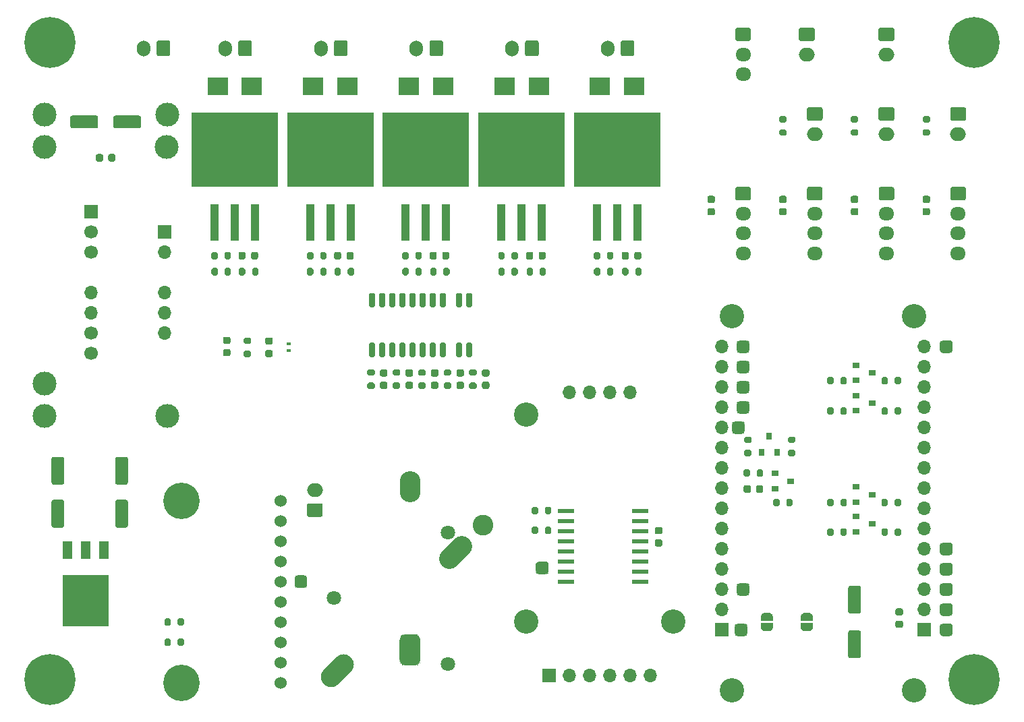
<source format=gbr>
%TF.GenerationSoftware,KiCad,Pcbnew,5.1.12-84ad8e8a86~92~ubuntu20.04.1*%
%TF.CreationDate,2021-11-30T13:36:37+05:30*%
%TF.ProjectId,vayuO2,76617975-4f32-42e6-9b69-6361645f7063,rev 3*%
%TF.SameCoordinates,Original*%
%TF.FileFunction,Soldermask,Top*%
%TF.FilePolarity,Negative*%
%FSLAX46Y46*%
G04 Gerber Fmt 4.6, Leading zero omitted, Abs format (unit mm)*
G04 Created by KiCad (PCBNEW 5.1.12-84ad8e8a86~92~ubuntu20.04.1) date 2021-11-30 13:36:37*
%MOMM*%
%LPD*%
G01*
G04 APERTURE LIST*
%ADD10C,3.048000*%
%ADD11R,1.700000X1.700000*%
%ADD12O,1.700000X1.700000*%
%ADD13C,3.000000*%
%ADD14C,1.700000*%
%ADD15O,1.700000X2.000000*%
%ADD16O,2.000000X1.700000*%
%ADD17O,1.950000X1.700000*%
%ADD18R,10.800000X9.400000*%
%ADD19R,1.100000X4.600000*%
%ADD20R,0.900000X0.800000*%
%ADD21C,0.127000*%
%ADD22O,2.600000X3.900000*%
%ADD23C,1.800000*%
%ADD24R,1.200000X2.200000*%
%ADD25R,5.800000X6.400000*%
%ADD26R,0.600000X0.400000*%
%ADD27C,6.400000*%
%ADD28C,0.800000*%
%ADD29C,2.600000*%
%ADD30R,1.998980X0.599440*%
%ADD31R,0.800000X0.900000*%
%ADD32R,2.500000X2.300000*%
%ADD33C,1.524000*%
%ADD34C,4.572000*%
G04 APERTURE END LIST*
D10*
X139570000Y-88430000D03*
X162430000Y-88430000D03*
X162430000Y-135420000D03*
X139570000Y-135420000D03*
D11*
X138300000Y-127800000D03*
D12*
X138300000Y-125260000D03*
X138300000Y-120180000D03*
X138300000Y-117640000D03*
X138300000Y-115100000D03*
X138300000Y-122720000D03*
X138300000Y-99860000D03*
X138300000Y-94780000D03*
X138300000Y-97320000D03*
X138300000Y-104940000D03*
X138300000Y-110020000D03*
X138300000Y-102400000D03*
X138300000Y-107480000D03*
X138300000Y-112560000D03*
X138300000Y-92240000D03*
X163700000Y-92240000D03*
X163700000Y-94780000D03*
X163700000Y-97320000D03*
X163700000Y-99860000D03*
X163700000Y-102400000D03*
X163700000Y-104940000D03*
X163700000Y-107480000D03*
X163700000Y-110020000D03*
X163700000Y-112560000D03*
X163700000Y-115100000D03*
X163700000Y-117640000D03*
X163700000Y-120180000D03*
X163700000Y-122720000D03*
X163700000Y-125260000D03*
D11*
X163700000Y-127800000D03*
G36*
G01*
X94655000Y-87275000D02*
X94255000Y-87275000D01*
G75*
G02*
X94055000Y-87075000I0J200000D01*
G01*
X94055000Y-85675000D01*
G75*
G02*
X94255000Y-85475000I200000J0D01*
G01*
X94655000Y-85475000D01*
G75*
G02*
X94855000Y-85675000I0J-200000D01*
G01*
X94855000Y-87075000D01*
G75*
G02*
X94655000Y-87275000I-200000J0D01*
G01*
G37*
G36*
G01*
X95925000Y-87275000D02*
X95525000Y-87275000D01*
G75*
G02*
X95325000Y-87075000I0J200000D01*
G01*
X95325000Y-85675000D01*
G75*
G02*
X95525000Y-85475000I200000J0D01*
G01*
X95925000Y-85475000D01*
G75*
G02*
X96125000Y-85675000I0J-200000D01*
G01*
X96125000Y-87075000D01*
G75*
G02*
X95925000Y-87275000I-200000J0D01*
G01*
G37*
G36*
G01*
X97195000Y-87275000D02*
X96795000Y-87275000D01*
G75*
G02*
X96595000Y-87075000I0J200000D01*
G01*
X96595000Y-85675000D01*
G75*
G02*
X96795000Y-85475000I200000J0D01*
G01*
X97195000Y-85475000D01*
G75*
G02*
X97395000Y-85675000I0J-200000D01*
G01*
X97395000Y-87075000D01*
G75*
G02*
X97195000Y-87275000I-200000J0D01*
G01*
G37*
G36*
G01*
X98465000Y-87275000D02*
X98065000Y-87275000D01*
G75*
G02*
X97865000Y-87075000I0J200000D01*
G01*
X97865000Y-85675000D01*
G75*
G02*
X98065000Y-85475000I200000J0D01*
G01*
X98465000Y-85475000D01*
G75*
G02*
X98665000Y-85675000I0J-200000D01*
G01*
X98665000Y-87075000D01*
G75*
G02*
X98465000Y-87275000I-200000J0D01*
G01*
G37*
G36*
G01*
X99735000Y-87275000D02*
X99335000Y-87275000D01*
G75*
G02*
X99135000Y-87075000I0J200000D01*
G01*
X99135000Y-85675000D01*
G75*
G02*
X99335000Y-85475000I200000J0D01*
G01*
X99735000Y-85475000D01*
G75*
G02*
X99935000Y-85675000I0J-200000D01*
G01*
X99935000Y-87075000D01*
G75*
G02*
X99735000Y-87275000I-200000J0D01*
G01*
G37*
G36*
G01*
X101005000Y-87275000D02*
X100605000Y-87275000D01*
G75*
G02*
X100405000Y-87075000I0J200000D01*
G01*
X100405000Y-85675000D01*
G75*
G02*
X100605000Y-85475000I200000J0D01*
G01*
X101005000Y-85475000D01*
G75*
G02*
X101205000Y-85675000I0J-200000D01*
G01*
X101205000Y-87075000D01*
G75*
G02*
X101005000Y-87275000I-200000J0D01*
G01*
G37*
G36*
G01*
X102275000Y-87275000D02*
X101875000Y-87275000D01*
G75*
G02*
X101675000Y-87075000I0J200000D01*
G01*
X101675000Y-85675000D01*
G75*
G02*
X101875000Y-85475000I200000J0D01*
G01*
X102275000Y-85475000D01*
G75*
G02*
X102475000Y-85675000I0J-200000D01*
G01*
X102475000Y-87075000D01*
G75*
G02*
X102275000Y-87275000I-200000J0D01*
G01*
G37*
G36*
G01*
X103545000Y-87275000D02*
X103145000Y-87275000D01*
G75*
G02*
X102945000Y-87075000I0J200000D01*
G01*
X102945000Y-85675000D01*
G75*
G02*
X103145000Y-85475000I200000J0D01*
G01*
X103545000Y-85475000D01*
G75*
G02*
X103745000Y-85675000I0J-200000D01*
G01*
X103745000Y-87075000D01*
G75*
G02*
X103545000Y-87275000I-200000J0D01*
G01*
G37*
G36*
G01*
X103545000Y-93525000D02*
X103145000Y-93525000D01*
G75*
G02*
X102945000Y-93325000I0J200000D01*
G01*
X102945000Y-91925000D01*
G75*
G02*
X103145000Y-91725000I200000J0D01*
G01*
X103545000Y-91725000D01*
G75*
G02*
X103745000Y-91925000I0J-200000D01*
G01*
X103745000Y-93325000D01*
G75*
G02*
X103545000Y-93525000I-200000J0D01*
G01*
G37*
G36*
G01*
X102275000Y-93525000D02*
X101875000Y-93525000D01*
G75*
G02*
X101675000Y-93325000I0J200000D01*
G01*
X101675000Y-91925000D01*
G75*
G02*
X101875000Y-91725000I200000J0D01*
G01*
X102275000Y-91725000D01*
G75*
G02*
X102475000Y-91925000I0J-200000D01*
G01*
X102475000Y-93325000D01*
G75*
G02*
X102275000Y-93525000I-200000J0D01*
G01*
G37*
G36*
G01*
X101005000Y-93525000D02*
X100605000Y-93525000D01*
G75*
G02*
X100405000Y-93325000I0J200000D01*
G01*
X100405000Y-91925000D01*
G75*
G02*
X100605000Y-91725000I200000J0D01*
G01*
X101005000Y-91725000D01*
G75*
G02*
X101205000Y-91925000I0J-200000D01*
G01*
X101205000Y-93325000D01*
G75*
G02*
X101005000Y-93525000I-200000J0D01*
G01*
G37*
G36*
G01*
X99735000Y-93525000D02*
X99335000Y-93525000D01*
G75*
G02*
X99135000Y-93325000I0J200000D01*
G01*
X99135000Y-91925000D01*
G75*
G02*
X99335000Y-91725000I200000J0D01*
G01*
X99735000Y-91725000D01*
G75*
G02*
X99935000Y-91925000I0J-200000D01*
G01*
X99935000Y-93325000D01*
G75*
G02*
X99735000Y-93525000I-200000J0D01*
G01*
G37*
G36*
G01*
X98465000Y-93525000D02*
X98065000Y-93525000D01*
G75*
G02*
X97865000Y-93325000I0J200000D01*
G01*
X97865000Y-91925000D01*
G75*
G02*
X98065000Y-91725000I200000J0D01*
G01*
X98465000Y-91725000D01*
G75*
G02*
X98665000Y-91925000I0J-200000D01*
G01*
X98665000Y-93325000D01*
G75*
G02*
X98465000Y-93525000I-200000J0D01*
G01*
G37*
G36*
G01*
X97195000Y-93525000D02*
X96795000Y-93525000D01*
G75*
G02*
X96595000Y-93325000I0J200000D01*
G01*
X96595000Y-91925000D01*
G75*
G02*
X96795000Y-91725000I200000J0D01*
G01*
X97195000Y-91725000D01*
G75*
G02*
X97395000Y-91925000I0J-200000D01*
G01*
X97395000Y-93325000D01*
G75*
G02*
X97195000Y-93525000I-200000J0D01*
G01*
G37*
G36*
G01*
X95925000Y-93525000D02*
X95525000Y-93525000D01*
G75*
G02*
X95325000Y-93325000I0J200000D01*
G01*
X95325000Y-91925000D01*
G75*
G02*
X95525000Y-91725000I200000J0D01*
G01*
X95925000Y-91725000D01*
G75*
G02*
X96125000Y-91925000I0J-200000D01*
G01*
X96125000Y-93325000D01*
G75*
G02*
X95925000Y-93525000I-200000J0D01*
G01*
G37*
G36*
G01*
X94655000Y-93525000D02*
X94255000Y-93525000D01*
G75*
G02*
X94055000Y-93325000I0J200000D01*
G01*
X94055000Y-91925000D01*
G75*
G02*
X94255000Y-91725000I200000J0D01*
G01*
X94655000Y-91725000D01*
G75*
G02*
X94855000Y-91925000I0J-200000D01*
G01*
X94855000Y-93325000D01*
G75*
G02*
X94655000Y-93525000I-200000J0D01*
G01*
G37*
G36*
G01*
X140200000Y-92640000D02*
X140200000Y-91840000D01*
G75*
G02*
X140600000Y-91440000I400000J0D01*
G01*
X141400000Y-91440000D01*
G75*
G02*
X141800000Y-91840000I0J-400000D01*
G01*
X141800000Y-92640000D01*
G75*
G02*
X141400000Y-93040000I-400000J0D01*
G01*
X140600000Y-93040000D01*
G75*
G02*
X140200000Y-92640000I0J400000D01*
G01*
G37*
G36*
G01*
X165700000Y-92640000D02*
X165700000Y-91840000D01*
G75*
G02*
X166100000Y-91440000I400000J0D01*
G01*
X166900000Y-91440000D01*
G75*
G02*
X167300000Y-91840000I0J-400000D01*
G01*
X167300000Y-92640000D01*
G75*
G02*
X166900000Y-93040000I-400000J0D01*
G01*
X166100000Y-93040000D01*
G75*
G02*
X165700000Y-92640000I0J400000D01*
G01*
G37*
G36*
G01*
X140200000Y-95180000D02*
X140200000Y-94380000D01*
G75*
G02*
X140600000Y-93980000I400000J0D01*
G01*
X141400000Y-93980000D01*
G75*
G02*
X141800000Y-94380000I0J-400000D01*
G01*
X141800000Y-95180000D01*
G75*
G02*
X141400000Y-95580000I-400000J0D01*
G01*
X140600000Y-95580000D01*
G75*
G02*
X140200000Y-95180000I0J400000D01*
G01*
G37*
G36*
G01*
X140200000Y-97720000D02*
X140200000Y-96920000D01*
G75*
G02*
X140600000Y-96520000I400000J0D01*
G01*
X141400000Y-96520000D01*
G75*
G02*
X141800000Y-96920000I0J-400000D01*
G01*
X141800000Y-97720000D01*
G75*
G02*
X141400000Y-98120000I-400000J0D01*
G01*
X140600000Y-98120000D01*
G75*
G02*
X140200000Y-97720000I0J400000D01*
G01*
G37*
G36*
G01*
X140200000Y-100260000D02*
X140200000Y-99460000D01*
G75*
G02*
X140600000Y-99060000I400000J0D01*
G01*
X141400000Y-99060000D01*
G75*
G02*
X141800000Y-99460000I0J-400000D01*
G01*
X141800000Y-100260000D01*
G75*
G02*
X141400000Y-100660000I-400000J0D01*
G01*
X140600000Y-100660000D01*
G75*
G02*
X140200000Y-100260000I0J400000D01*
G01*
G37*
G36*
G01*
X139610000Y-102800000D02*
X139610000Y-102000000D01*
G75*
G02*
X140010000Y-101600000I400000J0D01*
G01*
X140810000Y-101600000D01*
G75*
G02*
X141210000Y-102000000I0J-400000D01*
G01*
X141210000Y-102800000D01*
G75*
G02*
X140810000Y-103200000I-400000J0D01*
G01*
X140010000Y-103200000D01*
G75*
G02*
X139610000Y-102800000I0J400000D01*
G01*
G37*
G36*
G01*
X165700000Y-118040000D02*
X165700000Y-117240000D01*
G75*
G02*
X166100000Y-116840000I400000J0D01*
G01*
X166900000Y-116840000D01*
G75*
G02*
X167300000Y-117240000I0J-400000D01*
G01*
X167300000Y-118040000D01*
G75*
G02*
X166900000Y-118440000I-400000J0D01*
G01*
X166100000Y-118440000D01*
G75*
G02*
X165700000Y-118040000I0J400000D01*
G01*
G37*
G36*
G01*
X165700000Y-120580000D02*
X165700000Y-119780000D01*
G75*
G02*
X166100000Y-119380000I400000J0D01*
G01*
X166900000Y-119380000D01*
G75*
G02*
X167300000Y-119780000I0J-400000D01*
G01*
X167300000Y-120580000D01*
G75*
G02*
X166900000Y-120980000I-400000J0D01*
G01*
X166100000Y-120980000D01*
G75*
G02*
X165700000Y-120580000I0J400000D01*
G01*
G37*
G36*
G01*
X85900000Y-122530000D02*
X85100000Y-122530000D01*
G75*
G02*
X84700000Y-122130000I0J400000D01*
G01*
X84700000Y-121330000D01*
G75*
G02*
X85100000Y-120930000I400000J0D01*
G01*
X85900000Y-120930000D01*
G75*
G02*
X86300000Y-121330000I0J-400000D01*
G01*
X86300000Y-122130000D01*
G75*
G02*
X85900000Y-122530000I-400000J0D01*
G01*
G37*
G36*
G01*
X140200000Y-123120000D02*
X140200000Y-122320000D01*
G75*
G02*
X140600000Y-121920000I400000J0D01*
G01*
X141400000Y-121920000D01*
G75*
G02*
X141800000Y-122320000I0J-400000D01*
G01*
X141800000Y-123120000D01*
G75*
G02*
X141400000Y-123520000I-400000J0D01*
G01*
X140600000Y-123520000D01*
G75*
G02*
X140200000Y-123120000I0J400000D01*
G01*
G37*
G36*
G01*
X165700000Y-123120000D02*
X165700000Y-122320000D01*
G75*
G02*
X166100000Y-121920000I400000J0D01*
G01*
X166900000Y-121920000D01*
G75*
G02*
X167300000Y-122320000I0J-400000D01*
G01*
X167300000Y-123120000D01*
G75*
G02*
X166900000Y-123520000I-400000J0D01*
G01*
X166100000Y-123520000D01*
G75*
G02*
X165700000Y-123120000I0J400000D01*
G01*
G37*
G36*
G01*
X165700000Y-125660000D02*
X165700000Y-124860000D01*
G75*
G02*
X166100000Y-124460000I400000J0D01*
G01*
X166900000Y-124460000D01*
G75*
G02*
X167300000Y-124860000I0J-400000D01*
G01*
X167300000Y-125660000D01*
G75*
G02*
X166900000Y-126060000I-400000J0D01*
G01*
X166100000Y-126060000D01*
G75*
G02*
X165700000Y-125660000I0J400000D01*
G01*
G37*
G36*
G01*
X139950000Y-128200000D02*
X139950000Y-127400000D01*
G75*
G02*
X140350000Y-127000000I400000J0D01*
G01*
X141150000Y-127000000D01*
G75*
G02*
X141550000Y-127400000I0J-400000D01*
G01*
X141550000Y-128200000D01*
G75*
G02*
X141150000Y-128600000I-400000J0D01*
G01*
X140350000Y-128600000D01*
G75*
G02*
X139950000Y-128200000I0J400000D01*
G01*
G37*
G36*
G01*
X165700000Y-128200000D02*
X165700000Y-127400000D01*
G75*
G02*
X166100000Y-127000000I400000J0D01*
G01*
X166900000Y-127000000D01*
G75*
G02*
X167300000Y-127400000I0J-400000D01*
G01*
X167300000Y-128200000D01*
G75*
G02*
X166900000Y-128600000I-400000J0D01*
G01*
X166100000Y-128600000D01*
G75*
G02*
X165700000Y-128200000I0J400000D01*
G01*
G37*
D13*
X53350000Y-96850000D03*
X53350000Y-67150000D03*
X68650000Y-67150000D03*
X53300000Y-100950000D03*
X68700000Y-100950000D03*
X53300000Y-63050000D03*
X68700000Y-63050000D03*
D12*
X59200000Y-88000000D03*
X59200000Y-85460000D03*
D14*
X59200000Y-77840000D03*
D11*
X59200000Y-75300000D03*
D14*
X59200000Y-80380000D03*
X59200000Y-90540000D03*
X59200000Y-93080000D03*
D11*
X68400000Y-77800000D03*
D12*
X68400000Y-80340000D03*
X68400000Y-85420000D03*
X68400000Y-87960000D03*
X68400000Y-90500000D03*
D15*
X65750000Y-54750000D03*
G36*
G01*
X69100000Y-54000000D02*
X69100000Y-55500000D01*
G75*
G02*
X68850000Y-55750000I-250000J0D01*
G01*
X67650000Y-55750000D01*
G75*
G02*
X67400000Y-55500000I0J250000D01*
G01*
X67400000Y-54000000D01*
G75*
G02*
X67650000Y-53750000I250000J0D01*
G01*
X68850000Y-53750000D01*
G75*
G02*
X69100000Y-54000000I0J-250000D01*
G01*
G37*
G36*
G01*
X87925000Y-83075000D02*
X87925000Y-82525000D01*
G75*
G02*
X88125000Y-82325000I200000J0D01*
G01*
X88525000Y-82325000D01*
G75*
G02*
X88725000Y-82525000I0J-200000D01*
G01*
X88725000Y-83075000D01*
G75*
G02*
X88525000Y-83275000I-200000J0D01*
G01*
X88125000Y-83275000D01*
G75*
G02*
X87925000Y-83075000I0J200000D01*
G01*
G37*
G36*
G01*
X86275000Y-83075000D02*
X86275000Y-82525000D01*
G75*
G02*
X86475000Y-82325000I200000J0D01*
G01*
X86875000Y-82325000D01*
G75*
G02*
X87075000Y-82525000I0J-200000D01*
G01*
X87075000Y-83075000D01*
G75*
G02*
X86875000Y-83275000I-200000J0D01*
G01*
X86475000Y-83275000D01*
G75*
G02*
X86275000Y-83075000I0J200000D01*
G01*
G37*
G36*
G01*
X91375000Y-83075000D02*
X91375000Y-82525000D01*
G75*
G02*
X91575000Y-82325000I200000J0D01*
G01*
X91975000Y-82325000D01*
G75*
G02*
X92175000Y-82525000I0J-200000D01*
G01*
X92175000Y-83075000D01*
G75*
G02*
X91975000Y-83275000I-200000J0D01*
G01*
X91575000Y-83275000D01*
G75*
G02*
X91375000Y-83075000I0J200000D01*
G01*
G37*
G36*
G01*
X89725000Y-83075000D02*
X89725000Y-82525000D01*
G75*
G02*
X89925000Y-82325000I200000J0D01*
G01*
X90325000Y-82325000D01*
G75*
G02*
X90525000Y-82525000I0J-200000D01*
G01*
X90525000Y-83075000D01*
G75*
G02*
X90325000Y-83275000I-200000J0D01*
G01*
X89925000Y-83275000D01*
G75*
G02*
X89725000Y-83075000I0J200000D01*
G01*
G37*
G36*
G01*
X87925000Y-81075000D02*
X87925000Y-80525000D01*
G75*
G02*
X88125000Y-80325000I200000J0D01*
G01*
X88525000Y-80325000D01*
G75*
G02*
X88725000Y-80525000I0J-200000D01*
G01*
X88725000Y-81075000D01*
G75*
G02*
X88525000Y-81275000I-200000J0D01*
G01*
X88125000Y-81275000D01*
G75*
G02*
X87925000Y-81075000I0J200000D01*
G01*
G37*
G36*
G01*
X86275000Y-81075000D02*
X86275000Y-80525000D01*
G75*
G02*
X86475000Y-80325000I200000J0D01*
G01*
X86875000Y-80325000D01*
G75*
G02*
X87075000Y-80525000I0J-200000D01*
G01*
X87075000Y-81075000D01*
G75*
G02*
X86875000Y-81275000I-200000J0D01*
G01*
X86475000Y-81275000D01*
G75*
G02*
X86275000Y-81075000I0J200000D01*
G01*
G37*
G36*
G01*
X91250000Y-81056250D02*
X91250000Y-80543750D01*
G75*
G02*
X91468750Y-80325000I218750J0D01*
G01*
X91906250Y-80325000D01*
G75*
G02*
X92125000Y-80543750I0J-218750D01*
G01*
X92125000Y-81056250D01*
G75*
G02*
X91906250Y-81275000I-218750J0D01*
G01*
X91468750Y-81275000D01*
G75*
G02*
X91250000Y-81056250I0J218750D01*
G01*
G37*
G36*
G01*
X89675000Y-81056250D02*
X89675000Y-80543750D01*
G75*
G02*
X89893750Y-80325000I218750J0D01*
G01*
X90331250Y-80325000D01*
G75*
G02*
X90550000Y-80543750I0J-218750D01*
G01*
X90550000Y-81056250D01*
G75*
G02*
X90331250Y-81275000I-218750J0D01*
G01*
X89893750Y-81275000D01*
G75*
G02*
X89675000Y-81056250I0J218750D01*
G01*
G37*
X76000000Y-54750000D03*
G36*
G01*
X79350000Y-54000000D02*
X79350000Y-55500000D01*
G75*
G02*
X79100000Y-55750000I-250000J0D01*
G01*
X77900000Y-55750000D01*
G75*
G02*
X77650000Y-55500000I0J250000D01*
G01*
X77650000Y-54000000D01*
G75*
G02*
X77900000Y-53750000I250000J0D01*
G01*
X79100000Y-53750000D01*
G75*
G02*
X79350000Y-54000000I0J-250000D01*
G01*
G37*
D16*
X159000000Y-65500000D03*
G36*
G01*
X158250000Y-62150000D02*
X159750000Y-62150000D01*
G75*
G02*
X160000000Y-62400000I0J-250000D01*
G01*
X160000000Y-63600000D01*
G75*
G02*
X159750000Y-63850000I-250000J0D01*
G01*
X158250000Y-63850000D01*
G75*
G02*
X158000000Y-63600000I0J250000D01*
G01*
X158000000Y-62400000D01*
G75*
G02*
X158250000Y-62150000I250000J0D01*
G01*
G37*
D17*
X150000000Y-80500000D03*
X150000000Y-78000000D03*
X150000000Y-75500000D03*
G36*
G01*
X149275000Y-72150000D02*
X150725000Y-72150000D01*
G75*
G02*
X150975000Y-72400000I0J-250000D01*
G01*
X150975000Y-73600000D01*
G75*
G02*
X150725000Y-73850000I-250000J0D01*
G01*
X149275000Y-73850000D01*
G75*
G02*
X149025000Y-73600000I0J250000D01*
G01*
X149025000Y-72400000D01*
G75*
G02*
X149275000Y-72150000I250000J0D01*
G01*
G37*
X159000000Y-80500000D03*
X159000000Y-78000000D03*
X159000000Y-75500000D03*
G36*
G01*
X158275000Y-72150000D02*
X159725000Y-72150000D01*
G75*
G02*
X159975000Y-72400000I0J-250000D01*
G01*
X159975000Y-73600000D01*
G75*
G02*
X159725000Y-73850000I-250000J0D01*
G01*
X158275000Y-73850000D01*
G75*
G02*
X158025000Y-73600000I0J250000D01*
G01*
X158025000Y-72400000D01*
G75*
G02*
X158275000Y-72150000I250000J0D01*
G01*
G37*
D18*
X125200000Y-67475000D03*
D19*
X127740000Y-76625000D03*
X125200000Y-76625000D03*
X122660000Y-76625000D03*
D18*
X113200000Y-67500000D03*
D19*
X115740000Y-76650000D03*
X113200000Y-76650000D03*
X110660000Y-76650000D03*
D18*
X101200000Y-67475000D03*
D19*
X103740000Y-76625000D03*
X101200000Y-76625000D03*
X98660000Y-76625000D03*
D18*
X89200000Y-67500000D03*
D19*
X91740000Y-76650000D03*
X89200000Y-76650000D03*
X86660000Y-76650000D03*
D18*
X77200000Y-67500000D03*
D19*
X79740000Y-76650000D03*
X77200000Y-76650000D03*
X74660000Y-76650000D03*
D20*
X157200000Y-110800000D03*
X155200000Y-111750000D03*
X155200000Y-109850000D03*
X147000000Y-109100000D03*
X145000000Y-110050000D03*
X145000000Y-108150000D03*
D21*
G36*
X143250602Y-126150000D02*
G01*
X143250602Y-126125466D01*
X143255412Y-126076635D01*
X143264984Y-126028510D01*
X143279228Y-125981555D01*
X143298005Y-125936222D01*
X143321136Y-125892949D01*
X143348396Y-125852150D01*
X143379524Y-125814221D01*
X143414221Y-125779524D01*
X143452150Y-125748396D01*
X143492949Y-125721136D01*
X143536222Y-125698005D01*
X143581555Y-125679228D01*
X143628510Y-125664984D01*
X143676635Y-125655412D01*
X143725466Y-125650602D01*
X143750000Y-125650602D01*
X143750000Y-125650000D01*
X144250000Y-125650000D01*
X144250000Y-125650602D01*
X144274534Y-125650602D01*
X144323365Y-125655412D01*
X144371490Y-125664984D01*
X144418445Y-125679228D01*
X144463778Y-125698005D01*
X144507051Y-125721136D01*
X144547850Y-125748396D01*
X144585779Y-125779524D01*
X144620476Y-125814221D01*
X144651604Y-125852150D01*
X144678864Y-125892949D01*
X144701995Y-125936222D01*
X144720772Y-125981555D01*
X144735016Y-126028510D01*
X144744588Y-126076635D01*
X144749398Y-126125466D01*
X144749398Y-126150000D01*
X144750000Y-126150000D01*
X144750000Y-126650000D01*
X143250000Y-126650000D01*
X143250000Y-126150000D01*
X143250602Y-126150000D01*
G37*
G36*
X144750000Y-126950000D02*
G01*
X144750000Y-127450000D01*
X144749398Y-127450000D01*
X144749398Y-127474534D01*
X144744588Y-127523365D01*
X144735016Y-127571490D01*
X144720772Y-127618445D01*
X144701995Y-127663778D01*
X144678864Y-127707051D01*
X144651604Y-127747850D01*
X144620476Y-127785779D01*
X144585779Y-127820476D01*
X144547850Y-127851604D01*
X144507051Y-127878864D01*
X144463778Y-127901995D01*
X144418445Y-127920772D01*
X144371490Y-127935016D01*
X144323365Y-127944588D01*
X144274534Y-127949398D01*
X144250000Y-127949398D01*
X144250000Y-127950000D01*
X143750000Y-127950000D01*
X143750000Y-127949398D01*
X143725466Y-127949398D01*
X143676635Y-127944588D01*
X143628510Y-127935016D01*
X143581555Y-127920772D01*
X143536222Y-127901995D01*
X143492949Y-127878864D01*
X143452150Y-127851604D01*
X143414221Y-127820476D01*
X143379524Y-127785779D01*
X143348396Y-127747850D01*
X143321136Y-127707051D01*
X143298005Y-127663778D01*
X143279228Y-127618445D01*
X143264984Y-127571490D01*
X143255412Y-127523365D01*
X143250602Y-127474534D01*
X143250602Y-127450000D01*
X143250000Y-127450000D01*
X143250000Y-126950000D01*
X144750000Y-126950000D01*
G37*
G36*
X148250000Y-126650000D02*
G01*
X148250000Y-126150000D01*
X148250602Y-126150000D01*
X148250602Y-126125466D01*
X148255412Y-126076635D01*
X148264984Y-126028510D01*
X148279228Y-125981555D01*
X148298005Y-125936222D01*
X148321136Y-125892949D01*
X148348396Y-125852150D01*
X148379524Y-125814221D01*
X148414221Y-125779524D01*
X148452150Y-125748396D01*
X148492949Y-125721136D01*
X148536222Y-125698005D01*
X148581555Y-125679228D01*
X148628510Y-125664984D01*
X148676635Y-125655412D01*
X148725466Y-125650602D01*
X148750000Y-125650602D01*
X148750000Y-125650000D01*
X149250000Y-125650000D01*
X149250000Y-125650602D01*
X149274534Y-125650602D01*
X149323365Y-125655412D01*
X149371490Y-125664984D01*
X149418445Y-125679228D01*
X149463778Y-125698005D01*
X149507051Y-125721136D01*
X149547850Y-125748396D01*
X149585779Y-125779524D01*
X149620476Y-125814221D01*
X149651604Y-125852150D01*
X149678864Y-125892949D01*
X149701995Y-125936222D01*
X149720772Y-125981555D01*
X149735016Y-126028510D01*
X149744588Y-126076635D01*
X149749398Y-126125466D01*
X149749398Y-126150000D01*
X149750000Y-126150000D01*
X149750000Y-126650000D01*
X148250000Y-126650000D01*
G37*
G36*
X149749398Y-127450000D02*
G01*
X149749398Y-127474534D01*
X149744588Y-127523365D01*
X149735016Y-127571490D01*
X149720772Y-127618445D01*
X149701995Y-127663778D01*
X149678864Y-127707051D01*
X149651604Y-127747850D01*
X149620476Y-127785779D01*
X149585779Y-127820476D01*
X149547850Y-127851604D01*
X149507051Y-127878864D01*
X149463778Y-127901995D01*
X149418445Y-127920772D01*
X149371490Y-127935016D01*
X149323365Y-127944588D01*
X149274534Y-127949398D01*
X149250000Y-127949398D01*
X149250000Y-127950000D01*
X148750000Y-127950000D01*
X148750000Y-127949398D01*
X148725466Y-127949398D01*
X148676635Y-127944588D01*
X148628510Y-127935016D01*
X148581555Y-127920772D01*
X148536222Y-127901995D01*
X148492949Y-127878864D01*
X148452150Y-127851604D01*
X148414221Y-127820476D01*
X148379524Y-127785779D01*
X148348396Y-127747850D01*
X148321136Y-127707051D01*
X148298005Y-127663778D01*
X148279228Y-127618445D01*
X148264984Y-127571490D01*
X148255412Y-127523365D01*
X148250602Y-127474534D01*
X148250602Y-127450000D01*
X148250000Y-127450000D01*
X148250000Y-126950000D01*
X149750000Y-126950000D01*
X149750000Y-127450000D01*
X149749398Y-127450000D01*
G37*
G36*
G01*
X100500000Y-129000000D02*
X100500000Y-131600000D01*
G75*
G02*
X99850000Y-132250000I-650000J0D01*
G01*
X98550000Y-132250000D01*
G75*
G02*
X97900000Y-131600000I0J650000D01*
G01*
X97900000Y-129000000D01*
G75*
G02*
X98550000Y-128350000I650000J0D01*
G01*
X99850000Y-128350000D01*
G75*
G02*
X100500000Y-129000000I0J-650000D01*
G01*
G37*
D22*
X99200000Y-109800000D03*
D23*
X103962000Y-115551000D03*
X89675000Y-123800000D03*
X103962000Y-132049000D03*
G36*
G01*
X164275000Y-64075000D02*
X163725000Y-64075000D01*
G75*
G02*
X163525000Y-63875000I0J200000D01*
G01*
X163525000Y-63475000D01*
G75*
G02*
X163725000Y-63275000I200000J0D01*
G01*
X164275000Y-63275000D01*
G75*
G02*
X164475000Y-63475000I0J-200000D01*
G01*
X164475000Y-63875000D01*
G75*
G02*
X164275000Y-64075000I-200000J0D01*
G01*
G37*
G36*
G01*
X164275000Y-65725000D02*
X163725000Y-65725000D01*
G75*
G02*
X163525000Y-65525000I0J200000D01*
G01*
X163525000Y-65125000D01*
G75*
G02*
X163725000Y-64925000I200000J0D01*
G01*
X164275000Y-64925000D01*
G75*
G02*
X164475000Y-65125000I0J-200000D01*
G01*
X164475000Y-65525000D01*
G75*
G02*
X164275000Y-65725000I-200000J0D01*
G01*
G37*
G36*
G01*
X155550000Y-125750000D02*
X154450000Y-125750000D01*
G75*
G02*
X154200000Y-125500000I0J250000D01*
G01*
X154200000Y-122500000D01*
G75*
G02*
X154450000Y-122250000I250000J0D01*
G01*
X155550000Y-122250000D01*
G75*
G02*
X155800000Y-122500000I0J-250000D01*
G01*
X155800000Y-125500000D01*
G75*
G02*
X155550000Y-125750000I-250000J0D01*
G01*
G37*
G36*
G01*
X155550000Y-131350000D02*
X154450000Y-131350000D01*
G75*
G02*
X154200000Y-131100000I0J250000D01*
G01*
X154200000Y-128100000D01*
G75*
G02*
X154450000Y-127850000I250000J0D01*
G01*
X155550000Y-127850000D01*
G75*
G02*
X155800000Y-128100000I0J-250000D01*
G01*
X155800000Y-131100000D01*
G75*
G02*
X155550000Y-131350000I-250000J0D01*
G01*
G37*
D16*
X149000000Y-55500000D03*
G36*
G01*
X148250000Y-52150000D02*
X149750000Y-52150000D01*
G75*
G02*
X150000000Y-52400000I0J-250000D01*
G01*
X150000000Y-53600000D01*
G75*
G02*
X149750000Y-53850000I-250000J0D01*
G01*
X148250000Y-53850000D01*
G75*
G02*
X148000000Y-53600000I0J250000D01*
G01*
X148000000Y-52400000D01*
G75*
G02*
X148250000Y-52150000I250000J0D01*
G01*
G37*
D15*
X124000000Y-54750000D03*
G36*
G01*
X127350000Y-54000000D02*
X127350000Y-55500000D01*
G75*
G02*
X127100000Y-55750000I-250000J0D01*
G01*
X125900000Y-55750000D01*
G75*
G02*
X125650000Y-55500000I0J250000D01*
G01*
X125650000Y-54000000D01*
G75*
G02*
X125900000Y-53750000I250000J0D01*
G01*
X127100000Y-53750000D01*
G75*
G02*
X127350000Y-54000000I0J-250000D01*
G01*
G37*
X112000000Y-54750000D03*
G36*
G01*
X115350000Y-54000000D02*
X115350000Y-55500000D01*
G75*
G02*
X115100000Y-55750000I-250000J0D01*
G01*
X113900000Y-55750000D01*
G75*
G02*
X113650000Y-55500000I0J250000D01*
G01*
X113650000Y-54000000D01*
G75*
G02*
X113900000Y-53750000I250000J0D01*
G01*
X115100000Y-53750000D01*
G75*
G02*
X115350000Y-54000000I0J-250000D01*
G01*
G37*
X100000000Y-54750000D03*
G36*
G01*
X103350000Y-54000000D02*
X103350000Y-55500000D01*
G75*
G02*
X103100000Y-55750000I-250000J0D01*
G01*
X101900000Y-55750000D01*
G75*
G02*
X101650000Y-55500000I0J250000D01*
G01*
X101650000Y-54000000D01*
G75*
G02*
X101900000Y-53750000I250000J0D01*
G01*
X103100000Y-53750000D01*
G75*
G02*
X103350000Y-54000000I0J-250000D01*
G01*
G37*
X88000000Y-54750000D03*
G36*
G01*
X91350000Y-54000000D02*
X91350000Y-55500000D01*
G75*
G02*
X91100000Y-55750000I-250000J0D01*
G01*
X89900000Y-55750000D01*
G75*
G02*
X89650000Y-55500000I0J250000D01*
G01*
X89650000Y-54000000D01*
G75*
G02*
X89900000Y-53750000I250000J0D01*
G01*
X91100000Y-53750000D01*
G75*
G02*
X91350000Y-54000000I0J-250000D01*
G01*
G37*
D11*
X116650000Y-133500000D03*
D12*
X119190000Y-133500000D03*
X121730000Y-133500000D03*
X124270000Y-133500000D03*
X126810000Y-133500000D03*
X129350000Y-133500000D03*
X126810000Y-97940000D03*
X124270000Y-97940000D03*
X119190000Y-97940000D03*
X121730000Y-97940000D03*
D10*
X113750000Y-126770000D03*
X113750000Y-100770000D03*
X132250000Y-126770000D03*
G36*
G01*
X105565000Y-93525000D02*
X105165000Y-93525000D01*
G75*
G02*
X104965000Y-93325000I0J200000D01*
G01*
X104965000Y-91925000D01*
G75*
G02*
X105165000Y-91725000I200000J0D01*
G01*
X105565000Y-91725000D01*
G75*
G02*
X105765000Y-91925000I0J-200000D01*
G01*
X105765000Y-93325000D01*
G75*
G02*
X105565000Y-93525000I-200000J0D01*
G01*
G37*
G36*
G01*
X106835000Y-93525000D02*
X106435000Y-93525000D01*
G75*
G02*
X106235000Y-93325000I0J200000D01*
G01*
X106235000Y-91925000D01*
G75*
G02*
X106435000Y-91725000I200000J0D01*
G01*
X106835000Y-91725000D01*
G75*
G02*
X107035000Y-91925000I0J-200000D01*
G01*
X107035000Y-93325000D01*
G75*
G02*
X106835000Y-93525000I-200000J0D01*
G01*
G37*
G36*
G01*
X106835000Y-87275000D02*
X106435000Y-87275000D01*
G75*
G02*
X106235000Y-87075000I0J200000D01*
G01*
X106235000Y-85675000D01*
G75*
G02*
X106435000Y-85475000I200000J0D01*
G01*
X106835000Y-85475000D01*
G75*
G02*
X107035000Y-85675000I0J-200000D01*
G01*
X107035000Y-87075000D01*
G75*
G02*
X106835000Y-87275000I-200000J0D01*
G01*
G37*
G36*
G01*
X105565000Y-87275000D02*
X105165000Y-87275000D01*
G75*
G02*
X104965000Y-87075000I0J200000D01*
G01*
X104965000Y-85675000D01*
G75*
G02*
X105165000Y-85475000I200000J0D01*
G01*
X105565000Y-85475000D01*
G75*
G02*
X105765000Y-85675000I0J-200000D01*
G01*
X105765000Y-87075000D01*
G75*
G02*
X105565000Y-87275000I-200000J0D01*
G01*
G37*
G36*
G01*
X63550000Y-109550000D02*
X62450000Y-109550000D01*
G75*
G02*
X62200000Y-109300000I0J250000D01*
G01*
X62200000Y-106300000D01*
G75*
G02*
X62450000Y-106050000I250000J0D01*
G01*
X63550000Y-106050000D01*
G75*
G02*
X63800000Y-106300000I0J-250000D01*
G01*
X63800000Y-109300000D01*
G75*
G02*
X63550000Y-109550000I-250000J0D01*
G01*
G37*
G36*
G01*
X63550000Y-114950000D02*
X62450000Y-114950000D01*
G75*
G02*
X62200000Y-114700000I0J250000D01*
G01*
X62200000Y-111700000D01*
G75*
G02*
X62450000Y-111450000I250000J0D01*
G01*
X63550000Y-111450000D01*
G75*
G02*
X63800000Y-111700000I0J-250000D01*
G01*
X63800000Y-114700000D01*
G75*
G02*
X63550000Y-114950000I-250000J0D01*
G01*
G37*
G36*
G01*
X55550000Y-109550000D02*
X54450000Y-109550000D01*
G75*
G02*
X54200000Y-109300000I0J250000D01*
G01*
X54200000Y-106300000D01*
G75*
G02*
X54450000Y-106050000I250000J0D01*
G01*
X55550000Y-106050000D01*
G75*
G02*
X55800000Y-106300000I0J-250000D01*
G01*
X55800000Y-109300000D01*
G75*
G02*
X55550000Y-109550000I-250000J0D01*
G01*
G37*
G36*
G01*
X55550000Y-114950000D02*
X54450000Y-114950000D01*
G75*
G02*
X54200000Y-114700000I0J250000D01*
G01*
X54200000Y-111700000D01*
G75*
G02*
X54450000Y-111450000I250000J0D01*
G01*
X55550000Y-111450000D01*
G75*
G02*
X55800000Y-111700000I0J-250000D01*
G01*
X55800000Y-114700000D01*
G75*
G02*
X55550000Y-114950000I-250000J0D01*
G01*
G37*
G36*
G01*
X60050000Y-63450000D02*
X60050000Y-64550000D01*
G75*
G02*
X59800000Y-64800000I-250000J0D01*
G01*
X56800000Y-64800000D01*
G75*
G02*
X56550000Y-64550000I0J250000D01*
G01*
X56550000Y-63450000D01*
G75*
G02*
X56800000Y-63200000I250000J0D01*
G01*
X59800000Y-63200000D01*
G75*
G02*
X60050000Y-63450000I0J-250000D01*
G01*
G37*
G36*
G01*
X65450000Y-63450000D02*
X65450000Y-64550000D01*
G75*
G02*
X65200000Y-64800000I-250000J0D01*
G01*
X62200000Y-64800000D01*
G75*
G02*
X61950000Y-64550000I0J250000D01*
G01*
X61950000Y-63450000D01*
G75*
G02*
X62200000Y-63200000I250000J0D01*
G01*
X65200000Y-63200000D01*
G75*
G02*
X65450000Y-63450000I0J-250000D01*
G01*
G37*
G36*
G01*
X108950000Y-95975000D02*
X108450000Y-95975000D01*
G75*
G02*
X108225000Y-95750000I0J225000D01*
G01*
X108225000Y-95300000D01*
G75*
G02*
X108450000Y-95075000I225000J0D01*
G01*
X108950000Y-95075000D01*
G75*
G02*
X109175000Y-95300000I0J-225000D01*
G01*
X109175000Y-95750000D01*
G75*
G02*
X108950000Y-95975000I-225000J0D01*
G01*
G37*
G36*
G01*
X108950000Y-97525000D02*
X108450000Y-97525000D01*
G75*
G02*
X108225000Y-97300000I0J225000D01*
G01*
X108225000Y-96850000D01*
G75*
G02*
X108450000Y-96625000I225000J0D01*
G01*
X108950000Y-96625000D01*
G75*
G02*
X109175000Y-96850000I0J-225000D01*
G01*
X109175000Y-97300000D01*
G75*
G02*
X108950000Y-97525000I-225000J0D01*
G01*
G37*
G36*
G01*
X153225000Y-115775000D02*
X153225000Y-115225000D01*
G75*
G02*
X153425000Y-115025000I200000J0D01*
G01*
X153825000Y-115025000D01*
G75*
G02*
X154025000Y-115225000I0J-200000D01*
G01*
X154025000Y-115775000D01*
G75*
G02*
X153825000Y-115975000I-200000J0D01*
G01*
X153425000Y-115975000D01*
G75*
G02*
X153225000Y-115775000I0J200000D01*
G01*
G37*
G36*
G01*
X151575000Y-115775000D02*
X151575000Y-115225000D01*
G75*
G02*
X151775000Y-115025000I200000J0D01*
G01*
X152175000Y-115025000D01*
G75*
G02*
X152375000Y-115225000I0J-200000D01*
G01*
X152375000Y-115775000D01*
G75*
G02*
X152175000Y-115975000I-200000J0D01*
G01*
X151775000Y-115975000D01*
G75*
G02*
X151575000Y-115775000I0J200000D01*
G01*
G37*
G36*
G01*
X159175000Y-115225000D02*
X159175000Y-115775000D01*
G75*
G02*
X158975000Y-115975000I-200000J0D01*
G01*
X158575000Y-115975000D01*
G75*
G02*
X158375000Y-115775000I0J200000D01*
G01*
X158375000Y-115225000D01*
G75*
G02*
X158575000Y-115025000I200000J0D01*
G01*
X158975000Y-115025000D01*
G75*
G02*
X159175000Y-115225000I0J-200000D01*
G01*
G37*
G36*
G01*
X160825000Y-115225000D02*
X160825000Y-115775000D01*
G75*
G02*
X160625000Y-115975000I-200000J0D01*
G01*
X160225000Y-115975000D01*
G75*
G02*
X160025000Y-115775000I0J200000D01*
G01*
X160025000Y-115225000D01*
G75*
G02*
X160225000Y-115025000I200000J0D01*
G01*
X160625000Y-115025000D01*
G75*
G02*
X160825000Y-115225000I0J-200000D01*
G01*
G37*
D20*
X157200000Y-114500000D03*
X155200000Y-115450000D03*
X155200000Y-113550000D03*
D17*
X141000000Y-80500000D03*
X141000000Y-78000000D03*
X141000000Y-75500000D03*
G36*
G01*
X140275000Y-72150000D02*
X141725000Y-72150000D01*
G75*
G02*
X141975000Y-72400000I0J-250000D01*
G01*
X141975000Y-73600000D01*
G75*
G02*
X141725000Y-73850000I-250000J0D01*
G01*
X140275000Y-73850000D01*
G75*
G02*
X140025000Y-73600000I0J250000D01*
G01*
X140025000Y-72400000D01*
G75*
G02*
X140275000Y-72150000I250000J0D01*
G01*
G37*
D24*
X60780000Y-117800000D03*
X58500000Y-117800000D03*
X56220000Y-117800000D03*
D25*
X58500000Y-124100000D03*
G36*
G01*
X160850000Y-125975000D02*
X160350000Y-125975000D01*
G75*
G02*
X160125000Y-125750000I0J225000D01*
G01*
X160125000Y-125300000D01*
G75*
G02*
X160350000Y-125075000I225000J0D01*
G01*
X160850000Y-125075000D01*
G75*
G02*
X161075000Y-125300000I0J-225000D01*
G01*
X161075000Y-125750000D01*
G75*
G02*
X160850000Y-125975000I-225000J0D01*
G01*
G37*
G36*
G01*
X160850000Y-127525000D02*
X160350000Y-127525000D01*
G75*
G02*
X160125000Y-127300000I0J225000D01*
G01*
X160125000Y-126850000D01*
G75*
G02*
X160350000Y-126625000I225000J0D01*
G01*
X160850000Y-126625000D01*
G75*
G02*
X161075000Y-126850000I0J-225000D01*
G01*
X161075000Y-127300000D01*
G75*
G02*
X160850000Y-127525000I-225000J0D01*
G01*
G37*
G36*
G01*
X81756250Y-93525000D02*
X81243750Y-93525000D01*
G75*
G02*
X81025000Y-93306250I0J218750D01*
G01*
X81025000Y-92868750D01*
G75*
G02*
X81243750Y-92650000I218750J0D01*
G01*
X81756250Y-92650000D01*
G75*
G02*
X81975000Y-92868750I0J-218750D01*
G01*
X81975000Y-93306250D01*
G75*
G02*
X81756250Y-93525000I-218750J0D01*
G01*
G37*
G36*
G01*
X81756250Y-91950000D02*
X81243750Y-91950000D01*
G75*
G02*
X81025000Y-91731250I0J218750D01*
G01*
X81025000Y-91293750D01*
G75*
G02*
X81243750Y-91075000I218750J0D01*
G01*
X81756250Y-91075000D01*
G75*
G02*
X81975000Y-91293750I0J-218750D01*
G01*
X81975000Y-91731250D01*
G75*
G02*
X81756250Y-91950000I-218750J0D01*
G01*
G37*
G36*
G01*
X79075000Y-93525000D02*
X78525000Y-93525000D01*
G75*
G02*
X78325000Y-93325000I0J200000D01*
G01*
X78325000Y-92925000D01*
G75*
G02*
X78525000Y-92725000I200000J0D01*
G01*
X79075000Y-92725000D01*
G75*
G02*
X79275000Y-92925000I0J-200000D01*
G01*
X79275000Y-93325000D01*
G75*
G02*
X79075000Y-93525000I-200000J0D01*
G01*
G37*
G36*
G01*
X79075000Y-91875000D02*
X78525000Y-91875000D01*
G75*
G02*
X78325000Y-91675000I0J200000D01*
G01*
X78325000Y-91275000D01*
G75*
G02*
X78525000Y-91075000I200000J0D01*
G01*
X79075000Y-91075000D01*
G75*
G02*
X79275000Y-91275000I0J-200000D01*
G01*
X79275000Y-91675000D01*
G75*
G02*
X79075000Y-91875000I-200000J0D01*
G01*
G37*
D26*
X84000000Y-92750000D03*
X84000000Y-91850000D03*
G36*
G01*
X103375000Y-83075000D02*
X103375000Y-82525000D01*
G75*
G02*
X103575000Y-82325000I200000J0D01*
G01*
X103975000Y-82325000D01*
G75*
G02*
X104175000Y-82525000I0J-200000D01*
G01*
X104175000Y-83075000D01*
G75*
G02*
X103975000Y-83275000I-200000J0D01*
G01*
X103575000Y-83275000D01*
G75*
G02*
X103375000Y-83075000I0J200000D01*
G01*
G37*
G36*
G01*
X101725000Y-83075000D02*
X101725000Y-82525000D01*
G75*
G02*
X101925000Y-82325000I200000J0D01*
G01*
X102325000Y-82325000D01*
G75*
G02*
X102525000Y-82525000I0J-200000D01*
G01*
X102525000Y-83075000D01*
G75*
G02*
X102325000Y-83275000I-200000J0D01*
G01*
X101925000Y-83275000D01*
G75*
G02*
X101725000Y-83075000I0J200000D01*
G01*
G37*
D16*
X159000000Y-55500000D03*
G36*
G01*
X158250000Y-52150000D02*
X159750000Y-52150000D01*
G75*
G02*
X160000000Y-52400000I0J-250000D01*
G01*
X160000000Y-53600000D01*
G75*
G02*
X159750000Y-53850000I-250000J0D01*
G01*
X158250000Y-53850000D01*
G75*
G02*
X158000000Y-53600000I0J250000D01*
G01*
X158000000Y-52400000D01*
G75*
G02*
X158250000Y-52150000I250000J0D01*
G01*
G37*
D27*
X170000000Y-54000000D03*
D28*
X172400000Y-54000000D03*
X171697056Y-55697056D03*
X170000000Y-56400000D03*
X168302944Y-55697056D03*
X167600000Y-54000000D03*
X168302944Y-52302944D03*
X170000000Y-51600000D03*
X171697056Y-52302944D03*
D27*
X170000000Y-134000000D03*
D28*
X172400000Y-134000000D03*
X171697056Y-135697056D03*
X170000000Y-136400000D03*
X168302944Y-135697056D03*
X167600000Y-134000000D03*
X168302944Y-132302944D03*
X170000000Y-131600000D03*
X171697056Y-132302944D03*
D27*
X54000000Y-54000000D03*
D28*
X56400000Y-54000000D03*
X55697056Y-55697056D03*
X54000000Y-56400000D03*
X52302944Y-55697056D03*
X51600000Y-54000000D03*
X52302944Y-52302944D03*
X54000000Y-51600000D03*
X55697056Y-52302944D03*
D27*
X54000000Y-134000000D03*
D28*
X56400000Y-134000000D03*
X55697056Y-135697056D03*
X54000000Y-136400000D03*
X52302944Y-135697056D03*
X51600000Y-134000000D03*
X52302944Y-132302944D03*
X54000000Y-131600000D03*
X55697056Y-132302944D03*
D29*
X108392388Y-114607612D03*
G36*
G01*
X103230509Y-117931013D02*
X104786143Y-116375379D01*
G75*
G02*
X106624621Y-116375379I919239J-919239D01*
G01*
X106624621Y-116375379D01*
G75*
G02*
X106624621Y-118213857I-919239J-919239D01*
G01*
X105068987Y-119769491D01*
G75*
G02*
X103230509Y-119769491I-919239J919239D01*
G01*
X103230509Y-119769491D01*
G75*
G02*
X103230509Y-117931013I919239J919239D01*
G01*
G37*
G36*
G01*
X88381267Y-132780255D02*
X89936901Y-131224621D01*
G75*
G02*
X91775379Y-131224621I919239J-919239D01*
G01*
X91775379Y-131224621D01*
G75*
G02*
X91775379Y-133063099I-919239J-919239D01*
G01*
X90219745Y-134618733D01*
G75*
G02*
X88381267Y-134618733I-919239J919239D01*
G01*
X88381267Y-134618733D01*
G75*
G02*
X88381267Y-132780255I919239J919239D01*
G01*
G37*
D30*
X128050740Y-112855000D03*
X128050740Y-114125000D03*
X128050740Y-115395000D03*
X128050740Y-116665000D03*
X128050740Y-117935000D03*
X128050740Y-119205000D03*
X128050740Y-120475000D03*
X128050740Y-121745000D03*
X118749260Y-121745000D03*
X118749260Y-120475000D03*
X118749260Y-119205000D03*
X118749260Y-117935000D03*
X118749260Y-116665000D03*
X118749260Y-115395000D03*
X118749260Y-114125000D03*
X118749260Y-112855000D03*
G36*
G01*
X116200000Y-120800000D02*
X115400000Y-120800000D01*
G75*
G02*
X115000000Y-120400000I0J400000D01*
G01*
X115000000Y-119600000D01*
G75*
G02*
X115400000Y-119200000I400000J0D01*
G01*
X116200000Y-119200000D01*
G75*
G02*
X116600000Y-119600000I0J-400000D01*
G01*
X116600000Y-120400000D01*
G75*
G02*
X116200000Y-120800000I-400000J0D01*
G01*
G37*
G36*
G01*
X145575000Y-111525000D02*
X145575000Y-112075000D01*
G75*
G02*
X145375000Y-112275000I-200000J0D01*
G01*
X144975000Y-112275000D01*
G75*
G02*
X144775000Y-112075000I0J200000D01*
G01*
X144775000Y-111525000D01*
G75*
G02*
X144975000Y-111325000I200000J0D01*
G01*
X145375000Y-111325000D01*
G75*
G02*
X145575000Y-111525000I0J-200000D01*
G01*
G37*
G36*
G01*
X147225000Y-111525000D02*
X147225000Y-112075000D01*
G75*
G02*
X147025000Y-112275000I-200000J0D01*
G01*
X146625000Y-112275000D01*
G75*
G02*
X146425000Y-112075000I0J200000D01*
G01*
X146425000Y-111525000D01*
G75*
G02*
X146625000Y-111325000I200000J0D01*
G01*
X147025000Y-111325000D01*
G75*
G02*
X147225000Y-111525000I0J-200000D01*
G01*
G37*
G36*
G01*
X153225000Y-112075000D02*
X153225000Y-111525000D01*
G75*
G02*
X153425000Y-111325000I200000J0D01*
G01*
X153825000Y-111325000D01*
G75*
G02*
X154025000Y-111525000I0J-200000D01*
G01*
X154025000Y-112075000D01*
G75*
G02*
X153825000Y-112275000I-200000J0D01*
G01*
X153425000Y-112275000D01*
G75*
G02*
X153225000Y-112075000I0J200000D01*
G01*
G37*
G36*
G01*
X151575000Y-112075000D02*
X151575000Y-111525000D01*
G75*
G02*
X151775000Y-111325000I200000J0D01*
G01*
X152175000Y-111325000D01*
G75*
G02*
X152375000Y-111525000I0J-200000D01*
G01*
X152375000Y-112075000D01*
G75*
G02*
X152175000Y-112275000I-200000J0D01*
G01*
X151775000Y-112275000D01*
G75*
G02*
X151575000Y-112075000I0J200000D01*
G01*
G37*
G36*
G01*
X159175000Y-111525000D02*
X159175000Y-112075000D01*
G75*
G02*
X158975000Y-112275000I-200000J0D01*
G01*
X158575000Y-112275000D01*
G75*
G02*
X158375000Y-112075000I0J200000D01*
G01*
X158375000Y-111525000D01*
G75*
G02*
X158575000Y-111325000I200000J0D01*
G01*
X158975000Y-111325000D01*
G75*
G02*
X159175000Y-111525000I0J-200000D01*
G01*
G37*
G36*
G01*
X160825000Y-111525000D02*
X160825000Y-112075000D01*
G75*
G02*
X160625000Y-112275000I-200000J0D01*
G01*
X160225000Y-112275000D01*
G75*
G02*
X160025000Y-112075000I0J200000D01*
G01*
X160025000Y-111525000D01*
G75*
G02*
X160225000Y-111325000I200000J0D01*
G01*
X160625000Y-111325000D01*
G75*
G02*
X160825000Y-111525000I0J-200000D01*
G01*
G37*
G36*
G01*
X153225000Y-100575000D02*
X153225000Y-100025000D01*
G75*
G02*
X153425000Y-99825000I200000J0D01*
G01*
X153825000Y-99825000D01*
G75*
G02*
X154025000Y-100025000I0J-200000D01*
G01*
X154025000Y-100575000D01*
G75*
G02*
X153825000Y-100775000I-200000J0D01*
G01*
X153425000Y-100775000D01*
G75*
G02*
X153225000Y-100575000I0J200000D01*
G01*
G37*
G36*
G01*
X151575000Y-100575000D02*
X151575000Y-100025000D01*
G75*
G02*
X151775000Y-99825000I200000J0D01*
G01*
X152175000Y-99825000D01*
G75*
G02*
X152375000Y-100025000I0J-200000D01*
G01*
X152375000Y-100575000D01*
G75*
G02*
X152175000Y-100775000I-200000J0D01*
G01*
X151775000Y-100775000D01*
G75*
G02*
X151575000Y-100575000I0J200000D01*
G01*
G37*
G36*
G01*
X159175000Y-100025000D02*
X159175000Y-100575000D01*
G75*
G02*
X158975000Y-100775000I-200000J0D01*
G01*
X158575000Y-100775000D01*
G75*
G02*
X158375000Y-100575000I0J200000D01*
G01*
X158375000Y-100025000D01*
G75*
G02*
X158575000Y-99825000I200000J0D01*
G01*
X158975000Y-99825000D01*
G75*
G02*
X159175000Y-100025000I0J-200000D01*
G01*
G37*
G36*
G01*
X160825000Y-100025000D02*
X160825000Y-100575000D01*
G75*
G02*
X160625000Y-100775000I-200000J0D01*
G01*
X160225000Y-100775000D01*
G75*
G02*
X160025000Y-100575000I0J200000D01*
G01*
X160025000Y-100025000D01*
G75*
G02*
X160225000Y-99825000I200000J0D01*
G01*
X160625000Y-99825000D01*
G75*
G02*
X160825000Y-100025000I0J-200000D01*
G01*
G37*
G36*
G01*
X153225000Y-96775000D02*
X153225000Y-96225000D01*
G75*
G02*
X153425000Y-96025000I200000J0D01*
G01*
X153825000Y-96025000D01*
G75*
G02*
X154025000Y-96225000I0J-200000D01*
G01*
X154025000Y-96775000D01*
G75*
G02*
X153825000Y-96975000I-200000J0D01*
G01*
X153425000Y-96975000D01*
G75*
G02*
X153225000Y-96775000I0J200000D01*
G01*
G37*
G36*
G01*
X151575000Y-96775000D02*
X151575000Y-96225000D01*
G75*
G02*
X151775000Y-96025000I200000J0D01*
G01*
X152175000Y-96025000D01*
G75*
G02*
X152375000Y-96225000I0J-200000D01*
G01*
X152375000Y-96775000D01*
G75*
G02*
X152175000Y-96975000I-200000J0D01*
G01*
X151775000Y-96975000D01*
G75*
G02*
X151575000Y-96775000I0J200000D01*
G01*
G37*
G36*
G01*
X159175000Y-96225000D02*
X159175000Y-96775000D01*
G75*
G02*
X158975000Y-96975000I-200000J0D01*
G01*
X158575000Y-96975000D01*
G75*
G02*
X158375000Y-96775000I0J200000D01*
G01*
X158375000Y-96225000D01*
G75*
G02*
X158575000Y-96025000I200000J0D01*
G01*
X158975000Y-96025000D01*
G75*
G02*
X159175000Y-96225000I0J-200000D01*
G01*
G37*
G36*
G01*
X160825000Y-96225000D02*
X160825000Y-96775000D01*
G75*
G02*
X160625000Y-96975000I-200000J0D01*
G01*
X160225000Y-96975000D01*
G75*
G02*
X160025000Y-96775000I0J200000D01*
G01*
X160025000Y-96225000D01*
G75*
G02*
X160225000Y-96025000I200000J0D01*
G01*
X160625000Y-96025000D01*
G75*
G02*
X160825000Y-96225000I0J-200000D01*
G01*
G37*
G36*
G01*
X146825000Y-105175000D02*
X147375000Y-105175000D01*
G75*
G02*
X147575000Y-105375000I0J-200000D01*
G01*
X147575000Y-105775000D01*
G75*
G02*
X147375000Y-105975000I-200000J0D01*
G01*
X146825000Y-105975000D01*
G75*
G02*
X146625000Y-105775000I0J200000D01*
G01*
X146625000Y-105375000D01*
G75*
G02*
X146825000Y-105175000I200000J0D01*
G01*
G37*
G36*
G01*
X146825000Y-103525000D02*
X147375000Y-103525000D01*
G75*
G02*
X147575000Y-103725000I0J-200000D01*
G01*
X147575000Y-104125000D01*
G75*
G02*
X147375000Y-104325000I-200000J0D01*
G01*
X146825000Y-104325000D01*
G75*
G02*
X146625000Y-104125000I0J200000D01*
G01*
X146625000Y-103725000D01*
G75*
G02*
X146825000Y-103525000I200000J0D01*
G01*
G37*
G36*
G01*
X141875000Y-104325000D02*
X141325000Y-104325000D01*
G75*
G02*
X141125000Y-104125000I0J200000D01*
G01*
X141125000Y-103725000D01*
G75*
G02*
X141325000Y-103525000I200000J0D01*
G01*
X141875000Y-103525000D01*
G75*
G02*
X142075000Y-103725000I0J-200000D01*
G01*
X142075000Y-104125000D01*
G75*
G02*
X141875000Y-104325000I-200000J0D01*
G01*
G37*
G36*
G01*
X141875000Y-105975000D02*
X141325000Y-105975000D01*
G75*
G02*
X141125000Y-105775000I0J200000D01*
G01*
X141125000Y-105375000D01*
G75*
G02*
X141325000Y-105175000I200000J0D01*
G01*
X141875000Y-105175000D01*
G75*
G02*
X142075000Y-105375000I0J-200000D01*
G01*
X142075000Y-105775000D01*
G75*
G02*
X141875000Y-105975000I-200000J0D01*
G01*
G37*
G36*
G01*
X123925000Y-83075000D02*
X123925000Y-82525000D01*
G75*
G02*
X124125000Y-82325000I200000J0D01*
G01*
X124525000Y-82325000D01*
G75*
G02*
X124725000Y-82525000I0J-200000D01*
G01*
X124725000Y-83075000D01*
G75*
G02*
X124525000Y-83275000I-200000J0D01*
G01*
X124125000Y-83275000D01*
G75*
G02*
X123925000Y-83075000I0J200000D01*
G01*
G37*
G36*
G01*
X122275000Y-83075000D02*
X122275000Y-82525000D01*
G75*
G02*
X122475000Y-82325000I200000J0D01*
G01*
X122875000Y-82325000D01*
G75*
G02*
X123075000Y-82525000I0J-200000D01*
G01*
X123075000Y-83075000D01*
G75*
G02*
X122875000Y-83275000I-200000J0D01*
G01*
X122475000Y-83275000D01*
G75*
G02*
X122275000Y-83075000I0J200000D01*
G01*
G37*
G36*
G01*
X127475000Y-83075000D02*
X127475000Y-82525000D01*
G75*
G02*
X127675000Y-82325000I200000J0D01*
G01*
X128075000Y-82325000D01*
G75*
G02*
X128275000Y-82525000I0J-200000D01*
G01*
X128275000Y-83075000D01*
G75*
G02*
X128075000Y-83275000I-200000J0D01*
G01*
X127675000Y-83275000D01*
G75*
G02*
X127475000Y-83075000I0J200000D01*
G01*
G37*
G36*
G01*
X125825000Y-83075000D02*
X125825000Y-82525000D01*
G75*
G02*
X126025000Y-82325000I200000J0D01*
G01*
X126425000Y-82325000D01*
G75*
G02*
X126625000Y-82525000I0J-200000D01*
G01*
X126625000Y-83075000D01*
G75*
G02*
X126425000Y-83275000I-200000J0D01*
G01*
X126025000Y-83275000D01*
G75*
G02*
X125825000Y-83075000I0J200000D01*
G01*
G37*
G36*
G01*
X123925000Y-81075000D02*
X123925000Y-80525000D01*
G75*
G02*
X124125000Y-80325000I200000J0D01*
G01*
X124525000Y-80325000D01*
G75*
G02*
X124725000Y-80525000I0J-200000D01*
G01*
X124725000Y-81075000D01*
G75*
G02*
X124525000Y-81275000I-200000J0D01*
G01*
X124125000Y-81275000D01*
G75*
G02*
X123925000Y-81075000I0J200000D01*
G01*
G37*
G36*
G01*
X122275000Y-81075000D02*
X122275000Y-80525000D01*
G75*
G02*
X122475000Y-80325000I200000J0D01*
G01*
X122875000Y-80325000D01*
G75*
G02*
X123075000Y-80525000I0J-200000D01*
G01*
X123075000Y-81075000D01*
G75*
G02*
X122875000Y-81275000I-200000J0D01*
G01*
X122475000Y-81275000D01*
G75*
G02*
X122275000Y-81075000I0J200000D01*
G01*
G37*
G36*
G01*
X107375000Y-95875000D02*
X106825000Y-95875000D01*
G75*
G02*
X106625000Y-95675000I0J200000D01*
G01*
X106625000Y-95275000D01*
G75*
G02*
X106825000Y-95075000I200000J0D01*
G01*
X107375000Y-95075000D01*
G75*
G02*
X107575000Y-95275000I0J-200000D01*
G01*
X107575000Y-95675000D01*
G75*
G02*
X107375000Y-95875000I-200000J0D01*
G01*
G37*
G36*
G01*
X107375000Y-97525000D02*
X106825000Y-97525000D01*
G75*
G02*
X106625000Y-97325000I0J200000D01*
G01*
X106625000Y-96925000D01*
G75*
G02*
X106825000Y-96725000I200000J0D01*
G01*
X107375000Y-96725000D01*
G75*
G02*
X107575000Y-96925000I0J-200000D01*
G01*
X107575000Y-97325000D01*
G75*
G02*
X107375000Y-97525000I-200000J0D01*
G01*
G37*
G36*
G01*
X111925000Y-83075000D02*
X111925000Y-82525000D01*
G75*
G02*
X112125000Y-82325000I200000J0D01*
G01*
X112525000Y-82325000D01*
G75*
G02*
X112725000Y-82525000I0J-200000D01*
G01*
X112725000Y-83075000D01*
G75*
G02*
X112525000Y-83275000I-200000J0D01*
G01*
X112125000Y-83275000D01*
G75*
G02*
X111925000Y-83075000I0J200000D01*
G01*
G37*
G36*
G01*
X110275000Y-83075000D02*
X110275000Y-82525000D01*
G75*
G02*
X110475000Y-82325000I200000J0D01*
G01*
X110875000Y-82325000D01*
G75*
G02*
X111075000Y-82525000I0J-200000D01*
G01*
X111075000Y-83075000D01*
G75*
G02*
X110875000Y-83275000I-200000J0D01*
G01*
X110475000Y-83275000D01*
G75*
G02*
X110275000Y-83075000I0J200000D01*
G01*
G37*
G36*
G01*
X115475000Y-83075000D02*
X115475000Y-82525000D01*
G75*
G02*
X115675000Y-82325000I200000J0D01*
G01*
X116075000Y-82325000D01*
G75*
G02*
X116275000Y-82525000I0J-200000D01*
G01*
X116275000Y-83075000D01*
G75*
G02*
X116075000Y-83275000I-200000J0D01*
G01*
X115675000Y-83275000D01*
G75*
G02*
X115475000Y-83075000I0J200000D01*
G01*
G37*
G36*
G01*
X113825000Y-83075000D02*
X113825000Y-82525000D01*
G75*
G02*
X114025000Y-82325000I200000J0D01*
G01*
X114425000Y-82325000D01*
G75*
G02*
X114625000Y-82525000I0J-200000D01*
G01*
X114625000Y-83075000D01*
G75*
G02*
X114425000Y-83275000I-200000J0D01*
G01*
X114025000Y-83275000D01*
G75*
G02*
X113825000Y-83075000I0J200000D01*
G01*
G37*
G36*
G01*
X111925000Y-81075000D02*
X111925000Y-80525000D01*
G75*
G02*
X112125000Y-80325000I200000J0D01*
G01*
X112525000Y-80325000D01*
G75*
G02*
X112725000Y-80525000I0J-200000D01*
G01*
X112725000Y-81075000D01*
G75*
G02*
X112525000Y-81275000I-200000J0D01*
G01*
X112125000Y-81275000D01*
G75*
G02*
X111925000Y-81075000I0J200000D01*
G01*
G37*
G36*
G01*
X110275000Y-81075000D02*
X110275000Y-80525000D01*
G75*
G02*
X110475000Y-80325000I200000J0D01*
G01*
X110875000Y-80325000D01*
G75*
G02*
X111075000Y-80525000I0J-200000D01*
G01*
X111075000Y-81075000D01*
G75*
G02*
X110875000Y-81275000I-200000J0D01*
G01*
X110475000Y-81275000D01*
G75*
G02*
X110275000Y-81075000I0J200000D01*
G01*
G37*
G36*
G01*
X104175000Y-95875000D02*
X103625000Y-95875000D01*
G75*
G02*
X103425000Y-95675000I0J200000D01*
G01*
X103425000Y-95275000D01*
G75*
G02*
X103625000Y-95075000I200000J0D01*
G01*
X104175000Y-95075000D01*
G75*
G02*
X104375000Y-95275000I0J-200000D01*
G01*
X104375000Y-95675000D01*
G75*
G02*
X104175000Y-95875000I-200000J0D01*
G01*
G37*
G36*
G01*
X104175000Y-97525000D02*
X103625000Y-97525000D01*
G75*
G02*
X103425000Y-97325000I0J200000D01*
G01*
X103425000Y-96925000D01*
G75*
G02*
X103625000Y-96725000I200000J0D01*
G01*
X104175000Y-96725000D01*
G75*
G02*
X104375000Y-96925000I0J-200000D01*
G01*
X104375000Y-97325000D01*
G75*
G02*
X104175000Y-97525000I-200000J0D01*
G01*
G37*
G36*
G01*
X99875000Y-83075000D02*
X99875000Y-82525000D01*
G75*
G02*
X100075000Y-82325000I200000J0D01*
G01*
X100475000Y-82325000D01*
G75*
G02*
X100675000Y-82525000I0J-200000D01*
G01*
X100675000Y-83075000D01*
G75*
G02*
X100475000Y-83275000I-200000J0D01*
G01*
X100075000Y-83275000D01*
G75*
G02*
X99875000Y-83075000I0J200000D01*
G01*
G37*
G36*
G01*
X98225000Y-83075000D02*
X98225000Y-82525000D01*
G75*
G02*
X98425000Y-82325000I200000J0D01*
G01*
X98825000Y-82325000D01*
G75*
G02*
X99025000Y-82525000I0J-200000D01*
G01*
X99025000Y-83075000D01*
G75*
G02*
X98825000Y-83275000I-200000J0D01*
G01*
X98425000Y-83275000D01*
G75*
G02*
X98225000Y-83075000I0J200000D01*
G01*
G37*
G36*
G01*
X99875000Y-81075000D02*
X99875000Y-80525000D01*
G75*
G02*
X100075000Y-80325000I200000J0D01*
G01*
X100475000Y-80325000D01*
G75*
G02*
X100675000Y-80525000I0J-200000D01*
G01*
X100675000Y-81075000D01*
G75*
G02*
X100475000Y-81275000I-200000J0D01*
G01*
X100075000Y-81275000D01*
G75*
G02*
X99875000Y-81075000I0J200000D01*
G01*
G37*
G36*
G01*
X98225000Y-81075000D02*
X98225000Y-80525000D01*
G75*
G02*
X98425000Y-80325000I200000J0D01*
G01*
X98825000Y-80325000D01*
G75*
G02*
X99025000Y-80525000I0J-200000D01*
G01*
X99025000Y-81075000D01*
G75*
G02*
X98825000Y-81275000I-200000J0D01*
G01*
X98425000Y-81275000D01*
G75*
G02*
X98225000Y-81075000I0J200000D01*
G01*
G37*
G36*
G01*
X100975000Y-95875000D02*
X100425000Y-95875000D01*
G75*
G02*
X100225000Y-95675000I0J200000D01*
G01*
X100225000Y-95275000D01*
G75*
G02*
X100425000Y-95075000I200000J0D01*
G01*
X100975000Y-95075000D01*
G75*
G02*
X101175000Y-95275000I0J-200000D01*
G01*
X101175000Y-95675000D01*
G75*
G02*
X100975000Y-95875000I-200000J0D01*
G01*
G37*
G36*
G01*
X100975000Y-97525000D02*
X100425000Y-97525000D01*
G75*
G02*
X100225000Y-97325000I0J200000D01*
G01*
X100225000Y-96925000D01*
G75*
G02*
X100425000Y-96725000I200000J0D01*
G01*
X100975000Y-96725000D01*
G75*
G02*
X101175000Y-96925000I0J-200000D01*
G01*
X101175000Y-97325000D01*
G75*
G02*
X100975000Y-97525000I-200000J0D01*
G01*
G37*
G36*
G01*
X97775000Y-95875000D02*
X97225000Y-95875000D01*
G75*
G02*
X97025000Y-95675000I0J200000D01*
G01*
X97025000Y-95275000D01*
G75*
G02*
X97225000Y-95075000I200000J0D01*
G01*
X97775000Y-95075000D01*
G75*
G02*
X97975000Y-95275000I0J-200000D01*
G01*
X97975000Y-95675000D01*
G75*
G02*
X97775000Y-95875000I-200000J0D01*
G01*
G37*
G36*
G01*
X97775000Y-97525000D02*
X97225000Y-97525000D01*
G75*
G02*
X97025000Y-97325000I0J200000D01*
G01*
X97025000Y-96925000D01*
G75*
G02*
X97225000Y-96725000I200000J0D01*
G01*
X97775000Y-96725000D01*
G75*
G02*
X97975000Y-96925000I0J-200000D01*
G01*
X97975000Y-97325000D01*
G75*
G02*
X97775000Y-97525000I-200000J0D01*
G01*
G37*
G36*
G01*
X75925000Y-83075000D02*
X75925000Y-82525000D01*
G75*
G02*
X76125000Y-82325000I200000J0D01*
G01*
X76525000Y-82325000D01*
G75*
G02*
X76725000Y-82525000I0J-200000D01*
G01*
X76725000Y-83075000D01*
G75*
G02*
X76525000Y-83275000I-200000J0D01*
G01*
X76125000Y-83275000D01*
G75*
G02*
X75925000Y-83075000I0J200000D01*
G01*
G37*
G36*
G01*
X74275000Y-83075000D02*
X74275000Y-82525000D01*
G75*
G02*
X74475000Y-82325000I200000J0D01*
G01*
X74875000Y-82325000D01*
G75*
G02*
X75075000Y-82525000I0J-200000D01*
G01*
X75075000Y-83075000D01*
G75*
G02*
X74875000Y-83275000I-200000J0D01*
G01*
X74475000Y-83275000D01*
G75*
G02*
X74275000Y-83075000I0J200000D01*
G01*
G37*
G36*
G01*
X79375000Y-83075000D02*
X79375000Y-82525000D01*
G75*
G02*
X79575000Y-82325000I200000J0D01*
G01*
X79975000Y-82325000D01*
G75*
G02*
X80175000Y-82525000I0J-200000D01*
G01*
X80175000Y-83075000D01*
G75*
G02*
X79975000Y-83275000I-200000J0D01*
G01*
X79575000Y-83275000D01*
G75*
G02*
X79375000Y-83075000I0J200000D01*
G01*
G37*
G36*
G01*
X77725000Y-83075000D02*
X77725000Y-82525000D01*
G75*
G02*
X77925000Y-82325000I200000J0D01*
G01*
X78325000Y-82325000D01*
G75*
G02*
X78525000Y-82525000I0J-200000D01*
G01*
X78525000Y-83075000D01*
G75*
G02*
X78325000Y-83275000I-200000J0D01*
G01*
X77925000Y-83275000D01*
G75*
G02*
X77725000Y-83075000I0J200000D01*
G01*
G37*
G36*
G01*
X75925000Y-81075000D02*
X75925000Y-80525000D01*
G75*
G02*
X76125000Y-80325000I200000J0D01*
G01*
X76525000Y-80325000D01*
G75*
G02*
X76725000Y-80525000I0J-200000D01*
G01*
X76725000Y-81075000D01*
G75*
G02*
X76525000Y-81275000I-200000J0D01*
G01*
X76125000Y-81275000D01*
G75*
G02*
X75925000Y-81075000I0J200000D01*
G01*
G37*
G36*
G01*
X74275000Y-81075000D02*
X74275000Y-80525000D01*
G75*
G02*
X74475000Y-80325000I200000J0D01*
G01*
X74875000Y-80325000D01*
G75*
G02*
X75075000Y-80525000I0J-200000D01*
G01*
X75075000Y-81075000D01*
G75*
G02*
X74875000Y-81275000I-200000J0D01*
G01*
X74475000Y-81275000D01*
G75*
G02*
X74275000Y-81075000I0J200000D01*
G01*
G37*
G36*
G01*
X94575000Y-95875000D02*
X94025000Y-95875000D01*
G75*
G02*
X93825000Y-95675000I0J200000D01*
G01*
X93825000Y-95275000D01*
G75*
G02*
X94025000Y-95075000I200000J0D01*
G01*
X94575000Y-95075000D01*
G75*
G02*
X94775000Y-95275000I0J-200000D01*
G01*
X94775000Y-95675000D01*
G75*
G02*
X94575000Y-95875000I-200000J0D01*
G01*
G37*
G36*
G01*
X94575000Y-97525000D02*
X94025000Y-97525000D01*
G75*
G02*
X93825000Y-97325000I0J200000D01*
G01*
X93825000Y-96925000D01*
G75*
G02*
X94025000Y-96725000I200000J0D01*
G01*
X94575000Y-96725000D01*
G75*
G02*
X94775000Y-96925000I0J-200000D01*
G01*
X94775000Y-97325000D01*
G75*
G02*
X94575000Y-97525000I-200000J0D01*
G01*
G37*
G36*
G01*
X70025000Y-127075000D02*
X70025000Y-126525000D01*
G75*
G02*
X70225000Y-126325000I200000J0D01*
G01*
X70625000Y-126325000D01*
G75*
G02*
X70825000Y-126525000I0J-200000D01*
G01*
X70825000Y-127075000D01*
G75*
G02*
X70625000Y-127275000I-200000J0D01*
G01*
X70225000Y-127275000D01*
G75*
G02*
X70025000Y-127075000I0J200000D01*
G01*
G37*
G36*
G01*
X68375000Y-127075000D02*
X68375000Y-126525000D01*
G75*
G02*
X68575000Y-126325000I200000J0D01*
G01*
X68975000Y-126325000D01*
G75*
G02*
X69175000Y-126525000I0J-200000D01*
G01*
X69175000Y-127075000D01*
G75*
G02*
X68975000Y-127275000I-200000J0D01*
G01*
X68575000Y-127275000D01*
G75*
G02*
X68375000Y-127075000I0J200000D01*
G01*
G37*
G36*
G01*
X70025000Y-129625000D02*
X70025000Y-129075000D01*
G75*
G02*
X70225000Y-128875000I200000J0D01*
G01*
X70625000Y-128875000D01*
G75*
G02*
X70825000Y-129075000I0J-200000D01*
G01*
X70825000Y-129625000D01*
G75*
G02*
X70625000Y-129825000I-200000J0D01*
G01*
X70225000Y-129825000D01*
G75*
G02*
X70025000Y-129625000I0J200000D01*
G01*
G37*
G36*
G01*
X68375000Y-129625000D02*
X68375000Y-129075000D01*
G75*
G02*
X68575000Y-128875000I200000J0D01*
G01*
X68975000Y-128875000D01*
G75*
G02*
X69175000Y-129075000I0J-200000D01*
G01*
X69175000Y-129625000D01*
G75*
G02*
X68975000Y-129825000I-200000J0D01*
G01*
X68575000Y-129825000D01*
G75*
G02*
X68375000Y-129625000I0J200000D01*
G01*
G37*
G36*
G01*
X116125000Y-113075000D02*
X116125000Y-112525000D01*
G75*
G02*
X116325000Y-112325000I200000J0D01*
G01*
X116725000Y-112325000D01*
G75*
G02*
X116925000Y-112525000I0J-200000D01*
G01*
X116925000Y-113075000D01*
G75*
G02*
X116725000Y-113275000I-200000J0D01*
G01*
X116325000Y-113275000D01*
G75*
G02*
X116125000Y-113075000I0J200000D01*
G01*
G37*
G36*
G01*
X114475000Y-113075000D02*
X114475000Y-112525000D01*
G75*
G02*
X114675000Y-112325000I200000J0D01*
G01*
X115075000Y-112325000D01*
G75*
G02*
X115275000Y-112525000I0J-200000D01*
G01*
X115275000Y-113075000D01*
G75*
G02*
X115075000Y-113275000I-200000J0D01*
G01*
X114675000Y-113275000D01*
G75*
G02*
X114475000Y-113075000I0J200000D01*
G01*
G37*
G36*
G01*
X116125000Y-115575000D02*
X116125000Y-115025000D01*
G75*
G02*
X116325000Y-114825000I200000J0D01*
G01*
X116725000Y-114825000D01*
G75*
G02*
X116925000Y-115025000I0J-200000D01*
G01*
X116925000Y-115575000D01*
G75*
G02*
X116725000Y-115775000I-200000J0D01*
G01*
X116325000Y-115775000D01*
G75*
G02*
X116125000Y-115575000I0J200000D01*
G01*
G37*
G36*
G01*
X114475000Y-115575000D02*
X114475000Y-115025000D01*
G75*
G02*
X114675000Y-114825000I200000J0D01*
G01*
X115075000Y-114825000D01*
G75*
G02*
X115275000Y-115025000I0J-200000D01*
G01*
X115275000Y-115575000D01*
G75*
G02*
X115075000Y-115775000I-200000J0D01*
G01*
X114675000Y-115775000D01*
G75*
G02*
X114475000Y-115575000I0J200000D01*
G01*
G37*
G36*
G01*
X141875000Y-107825000D02*
X141875000Y-108375000D01*
G75*
G02*
X141675000Y-108575000I-200000J0D01*
G01*
X141275000Y-108575000D01*
G75*
G02*
X141075000Y-108375000I0J200000D01*
G01*
X141075000Y-107825000D01*
G75*
G02*
X141275000Y-107625000I200000J0D01*
G01*
X141675000Y-107625000D01*
G75*
G02*
X141875000Y-107825000I0J-200000D01*
G01*
G37*
G36*
G01*
X143525000Y-107825000D02*
X143525000Y-108375000D01*
G75*
G02*
X143325000Y-108575000I-200000J0D01*
G01*
X142925000Y-108575000D01*
G75*
G02*
X142725000Y-108375000I0J200000D01*
G01*
X142725000Y-107825000D01*
G75*
G02*
X142925000Y-107625000I200000J0D01*
G01*
X143325000Y-107625000D01*
G75*
G02*
X143525000Y-107825000I0J-200000D01*
G01*
G37*
G36*
G01*
X155275000Y-64075000D02*
X154725000Y-64075000D01*
G75*
G02*
X154525000Y-63875000I0J200000D01*
G01*
X154525000Y-63475000D01*
G75*
G02*
X154725000Y-63275000I200000J0D01*
G01*
X155275000Y-63275000D01*
G75*
G02*
X155475000Y-63475000I0J-200000D01*
G01*
X155475000Y-63875000D01*
G75*
G02*
X155275000Y-64075000I-200000J0D01*
G01*
G37*
G36*
G01*
X155275000Y-65725000D02*
X154725000Y-65725000D01*
G75*
G02*
X154525000Y-65525000I0J200000D01*
G01*
X154525000Y-65125000D01*
G75*
G02*
X154725000Y-64925000I200000J0D01*
G01*
X155275000Y-64925000D01*
G75*
G02*
X155475000Y-65125000I0J-200000D01*
G01*
X155475000Y-65525000D01*
G75*
G02*
X155275000Y-65725000I-200000J0D01*
G01*
G37*
G36*
G01*
X146275000Y-64075000D02*
X145725000Y-64075000D01*
G75*
G02*
X145525000Y-63875000I0J200000D01*
G01*
X145525000Y-63475000D01*
G75*
G02*
X145725000Y-63275000I200000J0D01*
G01*
X146275000Y-63275000D01*
G75*
G02*
X146475000Y-63475000I0J-200000D01*
G01*
X146475000Y-63875000D01*
G75*
G02*
X146275000Y-64075000I-200000J0D01*
G01*
G37*
G36*
G01*
X146275000Y-65725000D02*
X145725000Y-65725000D01*
G75*
G02*
X145525000Y-65525000I0J200000D01*
G01*
X145525000Y-65125000D01*
G75*
G02*
X145725000Y-64925000I200000J0D01*
G01*
X146275000Y-64925000D01*
G75*
G02*
X146475000Y-65125000I0J-200000D01*
G01*
X146475000Y-65525000D01*
G75*
G02*
X146275000Y-65725000I-200000J0D01*
G01*
G37*
D20*
X157200000Y-99300000D03*
X155200000Y-100250000D03*
X155200000Y-98350000D03*
X157200000Y-95500000D03*
X155200000Y-96450000D03*
X155200000Y-94550000D03*
D31*
X144300000Y-103500000D03*
X145250000Y-105500000D03*
X143350000Y-105500000D03*
G36*
G01*
X127350000Y-81056250D02*
X127350000Y-80543750D01*
G75*
G02*
X127568750Y-80325000I218750J0D01*
G01*
X128006250Y-80325000D01*
G75*
G02*
X128225000Y-80543750I0J-218750D01*
G01*
X128225000Y-81056250D01*
G75*
G02*
X128006250Y-81275000I-218750J0D01*
G01*
X127568750Y-81275000D01*
G75*
G02*
X127350000Y-81056250I0J218750D01*
G01*
G37*
G36*
G01*
X125775000Y-81056250D02*
X125775000Y-80543750D01*
G75*
G02*
X125993750Y-80325000I218750J0D01*
G01*
X126431250Y-80325000D01*
G75*
G02*
X126650000Y-80543750I0J-218750D01*
G01*
X126650000Y-81056250D01*
G75*
G02*
X126431250Y-81275000I-218750J0D01*
G01*
X125993750Y-81275000D01*
G75*
G02*
X125775000Y-81056250I0J218750D01*
G01*
G37*
D32*
X123050000Y-59500000D03*
X127350000Y-59500000D03*
G36*
G01*
X115350000Y-81056250D02*
X115350000Y-80543750D01*
G75*
G02*
X115568750Y-80325000I218750J0D01*
G01*
X116006250Y-80325000D01*
G75*
G02*
X116225000Y-80543750I0J-218750D01*
G01*
X116225000Y-81056250D01*
G75*
G02*
X116006250Y-81275000I-218750J0D01*
G01*
X115568750Y-81275000D01*
G75*
G02*
X115350000Y-81056250I0J218750D01*
G01*
G37*
G36*
G01*
X113775000Y-81056250D02*
X113775000Y-80543750D01*
G75*
G02*
X113993750Y-80325000I218750J0D01*
G01*
X114431250Y-80325000D01*
G75*
G02*
X114650000Y-80543750I0J-218750D01*
G01*
X114650000Y-81056250D01*
G75*
G02*
X114431250Y-81275000I-218750J0D01*
G01*
X113993750Y-81275000D01*
G75*
G02*
X113775000Y-81056250I0J218750D01*
G01*
G37*
X111050000Y-59500000D03*
X115350000Y-59500000D03*
G36*
G01*
X103250000Y-81056250D02*
X103250000Y-80543750D01*
G75*
G02*
X103468750Y-80325000I218750J0D01*
G01*
X103906250Y-80325000D01*
G75*
G02*
X104125000Y-80543750I0J-218750D01*
G01*
X104125000Y-81056250D01*
G75*
G02*
X103906250Y-81275000I-218750J0D01*
G01*
X103468750Y-81275000D01*
G75*
G02*
X103250000Y-81056250I0J218750D01*
G01*
G37*
G36*
G01*
X101675000Y-81056250D02*
X101675000Y-80543750D01*
G75*
G02*
X101893750Y-80325000I218750J0D01*
G01*
X102331250Y-80325000D01*
G75*
G02*
X102550000Y-80543750I0J-218750D01*
G01*
X102550000Y-81056250D01*
G75*
G02*
X102331250Y-81275000I-218750J0D01*
G01*
X101893750Y-81275000D01*
G75*
G02*
X101675000Y-81056250I0J218750D01*
G01*
G37*
X99050000Y-59500000D03*
X103350000Y-59500000D03*
G36*
G01*
X79250000Y-81056250D02*
X79250000Y-80543750D01*
G75*
G02*
X79468750Y-80325000I218750J0D01*
G01*
X79906250Y-80325000D01*
G75*
G02*
X80125000Y-80543750I0J-218750D01*
G01*
X80125000Y-81056250D01*
G75*
G02*
X79906250Y-81275000I-218750J0D01*
G01*
X79468750Y-81275000D01*
G75*
G02*
X79250000Y-81056250I0J218750D01*
G01*
G37*
G36*
G01*
X77675000Y-81056250D02*
X77675000Y-80543750D01*
G75*
G02*
X77893750Y-80325000I218750J0D01*
G01*
X78331250Y-80325000D01*
G75*
G02*
X78550000Y-80543750I0J-218750D01*
G01*
X78550000Y-81056250D01*
G75*
G02*
X78331250Y-81275000I-218750J0D01*
G01*
X77893750Y-81275000D01*
G75*
G02*
X77675000Y-81056250I0J218750D01*
G01*
G37*
X75050000Y-59500000D03*
X79350000Y-59500000D03*
X87050000Y-59500000D03*
X91350000Y-59500000D03*
D16*
X168000000Y-65500000D03*
G36*
G01*
X167250000Y-62150000D02*
X168750000Y-62150000D01*
G75*
G02*
X169000000Y-62400000I0J-250000D01*
G01*
X169000000Y-63600000D01*
G75*
G02*
X168750000Y-63850000I-250000J0D01*
G01*
X167250000Y-63850000D01*
G75*
G02*
X167000000Y-63600000I0J250000D01*
G01*
X167000000Y-62400000D01*
G75*
G02*
X167250000Y-62150000I250000J0D01*
G01*
G37*
X150000000Y-65500000D03*
G36*
G01*
X149250000Y-62150000D02*
X150750000Y-62150000D01*
G75*
G02*
X151000000Y-62400000I0J-250000D01*
G01*
X151000000Y-63600000D01*
G75*
G02*
X150750000Y-63850000I-250000J0D01*
G01*
X149250000Y-63850000D01*
G75*
G02*
X149000000Y-63600000I0J250000D01*
G01*
X149000000Y-62400000D01*
G75*
G02*
X149250000Y-62150000I250000J0D01*
G01*
G37*
D33*
X83000000Y-124270000D03*
X83000000Y-121730000D03*
X83000000Y-119190000D03*
X83000000Y-116650000D03*
X83000000Y-114110000D03*
X83000000Y-111570000D03*
X83000000Y-126810000D03*
X83000000Y-129350000D03*
X83000000Y-131890000D03*
X83000000Y-134430000D03*
D34*
X70554000Y-134430000D03*
X70554000Y-111570000D03*
D16*
X87250000Y-110250000D03*
G36*
G01*
X88000000Y-113600000D02*
X86500000Y-113600000D01*
G75*
G02*
X86250000Y-113350000I0J250000D01*
G01*
X86250000Y-112150000D01*
G75*
G02*
X86500000Y-111900000I250000J0D01*
G01*
X88000000Y-111900000D01*
G75*
G02*
X88250000Y-112150000I0J-250000D01*
G01*
X88250000Y-113350000D01*
G75*
G02*
X88000000Y-113600000I-250000J0D01*
G01*
G37*
D17*
X168000000Y-80500000D03*
X168000000Y-78000000D03*
X168000000Y-75500000D03*
G36*
G01*
X167275000Y-72150000D02*
X168725000Y-72150000D01*
G75*
G02*
X168975000Y-72400000I0J-250000D01*
G01*
X168975000Y-73600000D01*
G75*
G02*
X168725000Y-73850000I-250000J0D01*
G01*
X167275000Y-73850000D01*
G75*
G02*
X167025000Y-73600000I0J250000D01*
G01*
X167025000Y-72400000D01*
G75*
G02*
X167275000Y-72150000I250000J0D01*
G01*
G37*
X141000000Y-58000000D03*
X141000000Y-55500000D03*
G36*
G01*
X140275000Y-52150000D02*
X141725000Y-52150000D01*
G75*
G02*
X141975000Y-52400000I0J-250000D01*
G01*
X141975000Y-53600000D01*
G75*
G02*
X141725000Y-53850000I-250000J0D01*
G01*
X140275000Y-53850000D01*
G75*
G02*
X140025000Y-53600000I0J250000D01*
G01*
X140025000Y-52400000D01*
G75*
G02*
X140275000Y-52150000I250000J0D01*
G01*
G37*
G36*
G01*
X141975000Y-109850000D02*
X141975000Y-110350000D01*
G75*
G02*
X141750000Y-110575000I-225000J0D01*
G01*
X141300000Y-110575000D01*
G75*
G02*
X141075000Y-110350000I0J225000D01*
G01*
X141075000Y-109850000D01*
G75*
G02*
X141300000Y-109625000I225000J0D01*
G01*
X141750000Y-109625000D01*
G75*
G02*
X141975000Y-109850000I0J-225000D01*
G01*
G37*
G36*
G01*
X143525000Y-109850000D02*
X143525000Y-110350000D01*
G75*
G02*
X143300000Y-110575000I-225000J0D01*
G01*
X142850000Y-110575000D01*
G75*
G02*
X142625000Y-110350000I0J225000D01*
G01*
X142625000Y-109850000D01*
G75*
G02*
X142850000Y-109625000I225000J0D01*
G01*
X143300000Y-109625000D01*
G75*
G02*
X143525000Y-109850000I0J-225000D01*
G01*
G37*
G36*
G01*
X105750000Y-95975000D02*
X105250000Y-95975000D01*
G75*
G02*
X105025000Y-95750000I0J225000D01*
G01*
X105025000Y-95300000D01*
G75*
G02*
X105250000Y-95075000I225000J0D01*
G01*
X105750000Y-95075000D01*
G75*
G02*
X105975000Y-95300000I0J-225000D01*
G01*
X105975000Y-95750000D01*
G75*
G02*
X105750000Y-95975000I-225000J0D01*
G01*
G37*
G36*
G01*
X105750000Y-97525000D02*
X105250000Y-97525000D01*
G75*
G02*
X105025000Y-97300000I0J225000D01*
G01*
X105025000Y-96850000D01*
G75*
G02*
X105250000Y-96625000I225000J0D01*
G01*
X105750000Y-96625000D01*
G75*
G02*
X105975000Y-96850000I0J-225000D01*
G01*
X105975000Y-97300000D01*
G75*
G02*
X105750000Y-97525000I-225000J0D01*
G01*
G37*
G36*
G01*
X102550000Y-95975000D02*
X102050000Y-95975000D01*
G75*
G02*
X101825000Y-95750000I0J225000D01*
G01*
X101825000Y-95300000D01*
G75*
G02*
X102050000Y-95075000I225000J0D01*
G01*
X102550000Y-95075000D01*
G75*
G02*
X102775000Y-95300000I0J-225000D01*
G01*
X102775000Y-95750000D01*
G75*
G02*
X102550000Y-95975000I-225000J0D01*
G01*
G37*
G36*
G01*
X102550000Y-97525000D02*
X102050000Y-97525000D01*
G75*
G02*
X101825000Y-97300000I0J225000D01*
G01*
X101825000Y-96850000D01*
G75*
G02*
X102050000Y-96625000I225000J0D01*
G01*
X102550000Y-96625000D01*
G75*
G02*
X102775000Y-96850000I0J-225000D01*
G01*
X102775000Y-97300000D01*
G75*
G02*
X102550000Y-97525000I-225000J0D01*
G01*
G37*
G36*
G01*
X99350000Y-95975000D02*
X98850000Y-95975000D01*
G75*
G02*
X98625000Y-95750000I0J225000D01*
G01*
X98625000Y-95300000D01*
G75*
G02*
X98850000Y-95075000I225000J0D01*
G01*
X99350000Y-95075000D01*
G75*
G02*
X99575000Y-95300000I0J-225000D01*
G01*
X99575000Y-95750000D01*
G75*
G02*
X99350000Y-95975000I-225000J0D01*
G01*
G37*
G36*
G01*
X99350000Y-97525000D02*
X98850000Y-97525000D01*
G75*
G02*
X98625000Y-97300000I0J225000D01*
G01*
X98625000Y-96850000D01*
G75*
G02*
X98850000Y-96625000I225000J0D01*
G01*
X99350000Y-96625000D01*
G75*
G02*
X99575000Y-96850000I0J-225000D01*
G01*
X99575000Y-97300000D01*
G75*
G02*
X99350000Y-97525000I-225000J0D01*
G01*
G37*
G36*
G01*
X96150000Y-95975000D02*
X95650000Y-95975000D01*
G75*
G02*
X95425000Y-95750000I0J225000D01*
G01*
X95425000Y-95300000D01*
G75*
G02*
X95650000Y-95075000I225000J0D01*
G01*
X96150000Y-95075000D01*
G75*
G02*
X96375000Y-95300000I0J-225000D01*
G01*
X96375000Y-95750000D01*
G75*
G02*
X96150000Y-95975000I-225000J0D01*
G01*
G37*
G36*
G01*
X96150000Y-97525000D02*
X95650000Y-97525000D01*
G75*
G02*
X95425000Y-97300000I0J225000D01*
G01*
X95425000Y-96850000D01*
G75*
G02*
X95650000Y-96625000I225000J0D01*
G01*
X96150000Y-96625000D01*
G75*
G02*
X96375000Y-96850000I0J-225000D01*
G01*
X96375000Y-97300000D01*
G75*
G02*
X96150000Y-97525000I-225000J0D01*
G01*
G37*
G36*
G01*
X75950000Y-92525000D02*
X76450000Y-92525000D01*
G75*
G02*
X76675000Y-92750000I0J-225000D01*
G01*
X76675000Y-93200000D01*
G75*
G02*
X76450000Y-93425000I-225000J0D01*
G01*
X75950000Y-93425000D01*
G75*
G02*
X75725000Y-93200000I0J225000D01*
G01*
X75725000Y-92750000D01*
G75*
G02*
X75950000Y-92525000I225000J0D01*
G01*
G37*
G36*
G01*
X75950000Y-90975000D02*
X76450000Y-90975000D01*
G75*
G02*
X76675000Y-91200000I0J-225000D01*
G01*
X76675000Y-91650000D01*
G75*
G02*
X76450000Y-91875000I-225000J0D01*
G01*
X75950000Y-91875000D01*
G75*
G02*
X75725000Y-91650000I0J225000D01*
G01*
X75725000Y-91200000D01*
G75*
G02*
X75950000Y-90975000I225000J0D01*
G01*
G37*
G36*
G01*
X60675000Y-68250000D02*
X60675000Y-68750000D01*
G75*
G02*
X60450000Y-68975000I-225000J0D01*
G01*
X60000000Y-68975000D01*
G75*
G02*
X59775000Y-68750000I0J225000D01*
G01*
X59775000Y-68250000D01*
G75*
G02*
X60000000Y-68025000I225000J0D01*
G01*
X60450000Y-68025000D01*
G75*
G02*
X60675000Y-68250000I0J-225000D01*
G01*
G37*
G36*
G01*
X62225000Y-68250000D02*
X62225000Y-68750000D01*
G75*
G02*
X62000000Y-68975000I-225000J0D01*
G01*
X61550000Y-68975000D01*
G75*
G02*
X61325000Y-68750000I0J225000D01*
G01*
X61325000Y-68250000D01*
G75*
G02*
X61550000Y-68025000I225000J0D01*
G01*
X62000000Y-68025000D01*
G75*
G02*
X62225000Y-68250000I0J-225000D01*
G01*
G37*
G36*
G01*
X130150000Y-116425000D02*
X130650000Y-116425000D01*
G75*
G02*
X130875000Y-116650000I0J-225000D01*
G01*
X130875000Y-117100000D01*
G75*
G02*
X130650000Y-117325000I-225000J0D01*
G01*
X130150000Y-117325000D01*
G75*
G02*
X129925000Y-117100000I0J225000D01*
G01*
X129925000Y-116650000D01*
G75*
G02*
X130150000Y-116425000I225000J0D01*
G01*
G37*
G36*
G01*
X130150000Y-114875000D02*
X130650000Y-114875000D01*
G75*
G02*
X130875000Y-115100000I0J-225000D01*
G01*
X130875000Y-115550000D01*
G75*
G02*
X130650000Y-115775000I-225000J0D01*
G01*
X130150000Y-115775000D01*
G75*
G02*
X129925000Y-115550000I0J225000D01*
G01*
X129925000Y-115100000D01*
G75*
G02*
X130150000Y-114875000I225000J0D01*
G01*
G37*
G36*
G01*
X154750000Y-74825000D02*
X155250000Y-74825000D01*
G75*
G02*
X155475000Y-75050000I0J-225000D01*
G01*
X155475000Y-75500000D01*
G75*
G02*
X155250000Y-75725000I-225000J0D01*
G01*
X154750000Y-75725000D01*
G75*
G02*
X154525000Y-75500000I0J225000D01*
G01*
X154525000Y-75050000D01*
G75*
G02*
X154750000Y-74825000I225000J0D01*
G01*
G37*
G36*
G01*
X154750000Y-73275000D02*
X155250000Y-73275000D01*
G75*
G02*
X155475000Y-73500000I0J-225000D01*
G01*
X155475000Y-73950000D01*
G75*
G02*
X155250000Y-74175000I-225000J0D01*
G01*
X154750000Y-74175000D01*
G75*
G02*
X154525000Y-73950000I0J225000D01*
G01*
X154525000Y-73500000D01*
G75*
G02*
X154750000Y-73275000I225000J0D01*
G01*
G37*
G36*
G01*
X163750000Y-74825000D02*
X164250000Y-74825000D01*
G75*
G02*
X164475000Y-75050000I0J-225000D01*
G01*
X164475000Y-75500000D01*
G75*
G02*
X164250000Y-75725000I-225000J0D01*
G01*
X163750000Y-75725000D01*
G75*
G02*
X163525000Y-75500000I0J225000D01*
G01*
X163525000Y-75050000D01*
G75*
G02*
X163750000Y-74825000I225000J0D01*
G01*
G37*
G36*
G01*
X163750000Y-73275000D02*
X164250000Y-73275000D01*
G75*
G02*
X164475000Y-73500000I0J-225000D01*
G01*
X164475000Y-73950000D01*
G75*
G02*
X164250000Y-74175000I-225000J0D01*
G01*
X163750000Y-74175000D01*
G75*
G02*
X163525000Y-73950000I0J225000D01*
G01*
X163525000Y-73500000D01*
G75*
G02*
X163750000Y-73275000I225000J0D01*
G01*
G37*
G36*
G01*
X136750000Y-74825000D02*
X137250000Y-74825000D01*
G75*
G02*
X137475000Y-75050000I0J-225000D01*
G01*
X137475000Y-75500000D01*
G75*
G02*
X137250000Y-75725000I-225000J0D01*
G01*
X136750000Y-75725000D01*
G75*
G02*
X136525000Y-75500000I0J225000D01*
G01*
X136525000Y-75050000D01*
G75*
G02*
X136750000Y-74825000I225000J0D01*
G01*
G37*
G36*
G01*
X136750000Y-73275000D02*
X137250000Y-73275000D01*
G75*
G02*
X137475000Y-73500000I0J-225000D01*
G01*
X137475000Y-73950000D01*
G75*
G02*
X137250000Y-74175000I-225000J0D01*
G01*
X136750000Y-74175000D01*
G75*
G02*
X136525000Y-73950000I0J225000D01*
G01*
X136525000Y-73500000D01*
G75*
G02*
X136750000Y-73275000I225000J0D01*
G01*
G37*
G36*
G01*
X145750000Y-74825000D02*
X146250000Y-74825000D01*
G75*
G02*
X146475000Y-75050000I0J-225000D01*
G01*
X146475000Y-75500000D01*
G75*
G02*
X146250000Y-75725000I-225000J0D01*
G01*
X145750000Y-75725000D01*
G75*
G02*
X145525000Y-75500000I0J225000D01*
G01*
X145525000Y-75050000D01*
G75*
G02*
X145750000Y-74825000I225000J0D01*
G01*
G37*
G36*
G01*
X145750000Y-73275000D02*
X146250000Y-73275000D01*
G75*
G02*
X146475000Y-73500000I0J-225000D01*
G01*
X146475000Y-73950000D01*
G75*
G02*
X146250000Y-74175000I-225000J0D01*
G01*
X145750000Y-74175000D01*
G75*
G02*
X145525000Y-73950000I0J225000D01*
G01*
X145525000Y-73500000D01*
G75*
G02*
X145750000Y-73275000I225000J0D01*
G01*
G37*
D21*
G36*
X100501165Y-131598374D02*
G01*
X100502000Y-131600000D01*
X100502000Y-131656360D01*
X100501990Y-131656556D01*
X100490109Y-131777195D01*
X100490033Y-131777580D01*
X100456635Y-131887676D01*
X100456485Y-131888038D01*
X100402250Y-131989503D01*
X100402032Y-131989829D01*
X100329044Y-132078767D01*
X100328767Y-132079044D01*
X100239829Y-132152032D01*
X100239503Y-132152250D01*
X100138038Y-132206485D01*
X100137676Y-132206635D01*
X100027580Y-132240033D01*
X100027195Y-132240109D01*
X99906556Y-132251990D01*
X99906360Y-132252000D01*
X99850000Y-132252000D01*
X99848268Y-132251000D01*
X99848268Y-132249000D01*
X99849804Y-132248010D01*
X99976414Y-132235540D01*
X100097975Y-132198665D01*
X100210005Y-132138784D01*
X100308198Y-132058198D01*
X100388784Y-131960005D01*
X100448665Y-131847975D01*
X100485540Y-131726414D01*
X100498010Y-131599804D01*
X100499175Y-131598178D01*
X100501165Y-131598374D01*
G37*
G36*
X97901990Y-131599804D02*
G01*
X97914460Y-131726414D01*
X97951335Y-131847975D01*
X98011216Y-131960005D01*
X98091802Y-132058198D01*
X98189995Y-132138784D01*
X98302025Y-132198665D01*
X98423586Y-132235540D01*
X98550196Y-132248010D01*
X98551822Y-132249175D01*
X98551626Y-132251165D01*
X98550000Y-132252000D01*
X98493640Y-132252000D01*
X98493444Y-132251990D01*
X98372805Y-132240109D01*
X98372420Y-132240033D01*
X98262324Y-132206635D01*
X98261962Y-132206485D01*
X98160497Y-132152250D01*
X98160171Y-132152032D01*
X98071233Y-132079044D01*
X98070956Y-132078767D01*
X97997968Y-131989829D01*
X97997750Y-131989503D01*
X97943515Y-131888038D01*
X97943365Y-131887676D01*
X97909967Y-131777580D01*
X97909891Y-131777195D01*
X97898010Y-131656556D01*
X97898000Y-131656360D01*
X97898000Y-131600000D01*
X97899000Y-131598268D01*
X97901000Y-131598268D01*
X97901990Y-131599804D01*
G37*
G36*
X98551732Y-128349000D02*
G01*
X98551732Y-128351000D01*
X98550196Y-128351990D01*
X98423586Y-128364460D01*
X98302025Y-128401335D01*
X98189995Y-128461216D01*
X98091802Y-128541802D01*
X98011216Y-128639995D01*
X97951335Y-128752025D01*
X97914460Y-128873586D01*
X97901990Y-129000196D01*
X97900825Y-129001822D01*
X97898835Y-129001626D01*
X97898000Y-129000000D01*
X97898000Y-128943640D01*
X97898010Y-128943444D01*
X97909891Y-128822805D01*
X97909967Y-128822420D01*
X97943365Y-128712324D01*
X97943515Y-128711962D01*
X97997750Y-128610497D01*
X97997968Y-128610171D01*
X98070956Y-128521233D01*
X98071233Y-128520956D01*
X98160171Y-128447968D01*
X98160497Y-128447750D01*
X98261962Y-128393515D01*
X98262324Y-128393365D01*
X98372420Y-128359967D01*
X98372805Y-128359891D01*
X98493444Y-128348010D01*
X98493640Y-128348000D01*
X98550000Y-128348000D01*
X98551732Y-128349000D01*
G37*
G36*
X99906556Y-128348010D02*
G01*
X100027195Y-128359891D01*
X100027580Y-128359967D01*
X100137676Y-128393365D01*
X100138038Y-128393515D01*
X100239503Y-128447750D01*
X100239829Y-128447968D01*
X100328767Y-128520956D01*
X100329044Y-128521233D01*
X100402032Y-128610171D01*
X100402250Y-128610497D01*
X100456485Y-128711962D01*
X100456635Y-128712324D01*
X100490033Y-128822420D01*
X100490109Y-128822805D01*
X100501990Y-128943444D01*
X100502000Y-128943640D01*
X100502000Y-129000000D01*
X100501000Y-129001732D01*
X100499000Y-129001732D01*
X100498010Y-129000196D01*
X100485540Y-128873586D01*
X100448665Y-128752025D01*
X100388784Y-128639995D01*
X100308198Y-128541802D01*
X100210005Y-128461216D01*
X100097975Y-128401335D01*
X99976414Y-128364460D01*
X99849804Y-128351990D01*
X99848178Y-128350825D01*
X99848374Y-128348835D01*
X99850000Y-128348000D01*
X99906360Y-128348000D01*
X99906556Y-128348010D01*
G37*
G36*
X165701990Y-128199804D02*
G01*
X165709656Y-128277641D01*
X165732305Y-128352304D01*
X165769083Y-128421112D01*
X165818578Y-128481422D01*
X165878888Y-128530917D01*
X165947696Y-128567695D01*
X166022359Y-128590344D01*
X166100196Y-128598010D01*
X166101822Y-128599175D01*
X166101626Y-128601165D01*
X166100000Y-128602000D01*
X166043640Y-128602000D01*
X166043444Y-128601990D01*
X165971581Y-128594912D01*
X165971196Y-128594836D01*
X165907996Y-128575664D01*
X165907634Y-128575514D01*
X165849385Y-128544380D01*
X165849059Y-128544162D01*
X165798010Y-128502267D01*
X165797733Y-128501990D01*
X165755838Y-128450941D01*
X165755620Y-128450615D01*
X165724486Y-128392366D01*
X165724336Y-128392004D01*
X165705164Y-128328804D01*
X165705088Y-128328419D01*
X165698010Y-128256556D01*
X165698000Y-128256360D01*
X165698000Y-128200000D01*
X165699000Y-128198268D01*
X165701000Y-128198268D01*
X165701990Y-128199804D01*
G37*
G36*
X139951990Y-128199804D02*
G01*
X139959656Y-128277641D01*
X139982305Y-128352304D01*
X140019083Y-128421112D01*
X140068578Y-128481422D01*
X140128888Y-128530917D01*
X140197696Y-128567695D01*
X140272359Y-128590344D01*
X140350196Y-128598010D01*
X140351822Y-128599175D01*
X140351626Y-128601165D01*
X140350000Y-128602000D01*
X140293640Y-128602000D01*
X140293444Y-128601990D01*
X140221581Y-128594912D01*
X140221196Y-128594836D01*
X140157996Y-128575664D01*
X140157634Y-128575514D01*
X140099385Y-128544380D01*
X140099059Y-128544162D01*
X140048010Y-128502267D01*
X140047733Y-128501990D01*
X140005838Y-128450941D01*
X140005620Y-128450615D01*
X139974486Y-128392366D01*
X139974336Y-128392004D01*
X139955164Y-128328804D01*
X139955088Y-128328419D01*
X139948010Y-128256556D01*
X139948000Y-128256360D01*
X139948000Y-128200000D01*
X139949000Y-128198268D01*
X139951000Y-128198268D01*
X139951990Y-128199804D01*
G37*
G36*
X167301165Y-128198374D02*
G01*
X167302000Y-128200000D01*
X167302000Y-128256360D01*
X167301990Y-128256556D01*
X167294912Y-128328419D01*
X167294836Y-128328804D01*
X167275664Y-128392004D01*
X167275514Y-128392366D01*
X167244380Y-128450615D01*
X167244162Y-128450941D01*
X167202267Y-128501990D01*
X167201990Y-128502267D01*
X167150941Y-128544162D01*
X167150615Y-128544380D01*
X167092366Y-128575514D01*
X167092004Y-128575664D01*
X167028804Y-128594836D01*
X167028419Y-128594912D01*
X166956556Y-128601990D01*
X166956360Y-128602000D01*
X166900000Y-128602000D01*
X166898268Y-128601000D01*
X166898268Y-128599000D01*
X166899804Y-128598010D01*
X166977641Y-128590344D01*
X167052304Y-128567695D01*
X167121112Y-128530917D01*
X167181422Y-128481422D01*
X167230917Y-128421112D01*
X167267695Y-128352304D01*
X167290344Y-128277641D01*
X167298010Y-128199804D01*
X167299175Y-128198178D01*
X167301165Y-128198374D01*
G37*
G36*
X141551165Y-128198374D02*
G01*
X141552000Y-128200000D01*
X141552000Y-128256360D01*
X141551990Y-128256556D01*
X141544912Y-128328419D01*
X141544836Y-128328804D01*
X141525664Y-128392004D01*
X141525514Y-128392366D01*
X141494380Y-128450615D01*
X141494162Y-128450941D01*
X141452267Y-128501990D01*
X141451990Y-128502267D01*
X141400941Y-128544162D01*
X141400615Y-128544380D01*
X141342366Y-128575514D01*
X141342004Y-128575664D01*
X141278804Y-128594836D01*
X141278419Y-128594912D01*
X141206556Y-128601990D01*
X141206360Y-128602000D01*
X141150000Y-128602000D01*
X141148268Y-128601000D01*
X141148268Y-128599000D01*
X141149804Y-128598010D01*
X141227641Y-128590344D01*
X141302304Y-128567695D01*
X141371112Y-128530917D01*
X141431422Y-128481422D01*
X141480917Y-128421112D01*
X141517695Y-128352304D01*
X141540344Y-128277641D01*
X141548010Y-128199804D01*
X141549175Y-128198178D01*
X141551165Y-128198374D01*
G37*
G36*
X166101732Y-126999000D02*
G01*
X166101732Y-127001000D01*
X166100196Y-127001990D01*
X166022359Y-127009656D01*
X165947696Y-127032305D01*
X165878888Y-127069083D01*
X165818578Y-127118578D01*
X165769083Y-127178888D01*
X165732305Y-127247696D01*
X165709656Y-127322359D01*
X165701990Y-127400196D01*
X165700825Y-127401822D01*
X165698835Y-127401626D01*
X165698000Y-127400000D01*
X165698000Y-127343640D01*
X165698010Y-127343444D01*
X165705088Y-127271581D01*
X165705164Y-127271196D01*
X165724336Y-127207996D01*
X165724486Y-127207634D01*
X165755620Y-127149385D01*
X165755838Y-127149059D01*
X165797733Y-127098010D01*
X165798010Y-127097733D01*
X165849059Y-127055838D01*
X165849385Y-127055620D01*
X165907634Y-127024486D01*
X165907996Y-127024336D01*
X165971196Y-127005164D01*
X165971581Y-127005088D01*
X166043444Y-126998010D01*
X166043640Y-126998000D01*
X166100000Y-126998000D01*
X166101732Y-126999000D01*
G37*
G36*
X140351732Y-126999000D02*
G01*
X140351732Y-127001000D01*
X140350196Y-127001990D01*
X140272359Y-127009656D01*
X140197696Y-127032305D01*
X140128888Y-127069083D01*
X140068578Y-127118578D01*
X140019083Y-127178888D01*
X139982305Y-127247696D01*
X139959656Y-127322359D01*
X139951990Y-127400196D01*
X139950825Y-127401822D01*
X139948835Y-127401626D01*
X139948000Y-127400000D01*
X139948000Y-127343640D01*
X139948010Y-127343444D01*
X139955088Y-127271581D01*
X139955164Y-127271196D01*
X139974336Y-127207996D01*
X139974486Y-127207634D01*
X140005620Y-127149385D01*
X140005838Y-127149059D01*
X140047733Y-127098010D01*
X140048010Y-127097733D01*
X140099059Y-127055838D01*
X140099385Y-127055620D01*
X140157634Y-127024486D01*
X140157996Y-127024336D01*
X140221196Y-127005164D01*
X140221581Y-127005088D01*
X140293444Y-126998010D01*
X140293640Y-126998000D01*
X140350000Y-126998000D01*
X140351732Y-126999000D01*
G37*
G36*
X141206556Y-126998010D02*
G01*
X141278419Y-127005088D01*
X141278804Y-127005164D01*
X141342004Y-127024336D01*
X141342366Y-127024486D01*
X141400615Y-127055620D01*
X141400941Y-127055838D01*
X141451990Y-127097733D01*
X141452267Y-127098010D01*
X141494162Y-127149059D01*
X141494380Y-127149385D01*
X141525514Y-127207634D01*
X141525664Y-127207996D01*
X141544836Y-127271196D01*
X141544912Y-127271581D01*
X141551990Y-127343444D01*
X141552000Y-127343640D01*
X141552000Y-127400000D01*
X141551000Y-127401732D01*
X141549000Y-127401732D01*
X141548010Y-127400196D01*
X141540344Y-127322359D01*
X141517695Y-127247696D01*
X141480917Y-127178888D01*
X141431422Y-127118578D01*
X141371112Y-127069083D01*
X141302304Y-127032305D01*
X141227641Y-127009656D01*
X141149804Y-127001990D01*
X141148178Y-127000825D01*
X141148374Y-126998835D01*
X141150000Y-126998000D01*
X141206360Y-126998000D01*
X141206556Y-126998010D01*
G37*
G36*
X166956556Y-126998010D02*
G01*
X167028419Y-127005088D01*
X167028804Y-127005164D01*
X167092004Y-127024336D01*
X167092366Y-127024486D01*
X167150615Y-127055620D01*
X167150941Y-127055838D01*
X167201990Y-127097733D01*
X167202267Y-127098010D01*
X167244162Y-127149059D01*
X167244380Y-127149385D01*
X167275514Y-127207634D01*
X167275664Y-127207996D01*
X167294836Y-127271196D01*
X167294912Y-127271581D01*
X167301990Y-127343444D01*
X167302000Y-127343640D01*
X167302000Y-127400000D01*
X167301000Y-127401732D01*
X167299000Y-127401732D01*
X167298010Y-127400196D01*
X167290344Y-127322359D01*
X167267695Y-127247696D01*
X167230917Y-127178888D01*
X167181422Y-127118578D01*
X167121112Y-127069083D01*
X167052304Y-127032305D01*
X166977641Y-127009656D01*
X166899804Y-127001990D01*
X166898178Y-127000825D01*
X166898374Y-126998835D01*
X166900000Y-126998000D01*
X166956360Y-126998000D01*
X166956556Y-126998010D01*
G37*
G36*
X165701990Y-125659804D02*
G01*
X165709656Y-125737641D01*
X165732305Y-125812304D01*
X165769083Y-125881112D01*
X165818578Y-125941422D01*
X165878888Y-125990917D01*
X165947696Y-126027695D01*
X166022359Y-126050344D01*
X166100196Y-126058010D01*
X166101822Y-126059175D01*
X166101626Y-126061165D01*
X166100000Y-126062000D01*
X166043640Y-126062000D01*
X166043444Y-126061990D01*
X165971581Y-126054912D01*
X165971196Y-126054836D01*
X165907996Y-126035664D01*
X165907634Y-126035514D01*
X165849385Y-126004380D01*
X165849059Y-126004162D01*
X165798010Y-125962267D01*
X165797733Y-125961990D01*
X165755838Y-125910941D01*
X165755620Y-125910615D01*
X165724486Y-125852366D01*
X165724336Y-125852004D01*
X165705164Y-125788804D01*
X165705088Y-125788419D01*
X165698010Y-125716556D01*
X165698000Y-125716360D01*
X165698000Y-125660000D01*
X165699000Y-125658268D01*
X165701000Y-125658268D01*
X165701990Y-125659804D01*
G37*
G36*
X167301165Y-125658374D02*
G01*
X167302000Y-125660000D01*
X167302000Y-125716360D01*
X167301990Y-125716556D01*
X167294912Y-125788419D01*
X167294836Y-125788804D01*
X167275664Y-125852004D01*
X167275514Y-125852366D01*
X167244380Y-125910615D01*
X167244162Y-125910941D01*
X167202267Y-125961990D01*
X167201990Y-125962267D01*
X167150941Y-126004162D01*
X167150615Y-126004380D01*
X167092366Y-126035514D01*
X167092004Y-126035664D01*
X167028804Y-126054836D01*
X167028419Y-126054912D01*
X166956556Y-126061990D01*
X166956360Y-126062000D01*
X166900000Y-126062000D01*
X166898268Y-126061000D01*
X166898268Y-126059000D01*
X166899804Y-126058010D01*
X166977641Y-126050344D01*
X167052304Y-126027695D01*
X167121112Y-125990917D01*
X167181422Y-125941422D01*
X167230917Y-125881112D01*
X167267695Y-125812304D01*
X167290344Y-125737641D01*
X167298010Y-125659804D01*
X167299175Y-125658178D01*
X167301165Y-125658374D01*
G37*
G36*
X166101732Y-124459000D02*
G01*
X166101732Y-124461000D01*
X166100196Y-124461990D01*
X166022359Y-124469656D01*
X165947696Y-124492305D01*
X165878888Y-124529083D01*
X165818578Y-124578578D01*
X165769083Y-124638888D01*
X165732305Y-124707696D01*
X165709656Y-124782359D01*
X165701990Y-124860196D01*
X165700825Y-124861822D01*
X165698835Y-124861626D01*
X165698000Y-124860000D01*
X165698000Y-124803640D01*
X165698010Y-124803444D01*
X165705088Y-124731581D01*
X165705164Y-124731196D01*
X165724336Y-124667996D01*
X165724486Y-124667634D01*
X165755620Y-124609385D01*
X165755838Y-124609059D01*
X165797733Y-124558010D01*
X165798010Y-124557733D01*
X165849059Y-124515838D01*
X165849385Y-124515620D01*
X165907634Y-124484486D01*
X165907996Y-124484336D01*
X165971196Y-124465164D01*
X165971581Y-124465088D01*
X166043444Y-124458010D01*
X166043640Y-124458000D01*
X166100000Y-124458000D01*
X166101732Y-124459000D01*
G37*
G36*
X166956556Y-124458010D02*
G01*
X167028419Y-124465088D01*
X167028804Y-124465164D01*
X167092004Y-124484336D01*
X167092366Y-124484486D01*
X167150615Y-124515620D01*
X167150941Y-124515838D01*
X167201990Y-124557733D01*
X167202267Y-124558010D01*
X167244162Y-124609059D01*
X167244380Y-124609385D01*
X167275514Y-124667634D01*
X167275664Y-124667996D01*
X167294836Y-124731196D01*
X167294912Y-124731581D01*
X167301990Y-124803444D01*
X167302000Y-124803640D01*
X167302000Y-124860000D01*
X167301000Y-124861732D01*
X167299000Y-124861732D01*
X167298010Y-124860196D01*
X167290344Y-124782359D01*
X167267695Y-124707696D01*
X167230917Y-124638888D01*
X167181422Y-124578578D01*
X167121112Y-124529083D01*
X167052304Y-124492305D01*
X166977641Y-124469656D01*
X166899804Y-124461990D01*
X166898178Y-124460825D01*
X166898374Y-124458835D01*
X166900000Y-124458000D01*
X166956360Y-124458000D01*
X166956556Y-124458010D01*
G37*
G36*
X165701990Y-123119804D02*
G01*
X165709656Y-123197641D01*
X165732305Y-123272304D01*
X165769083Y-123341112D01*
X165818578Y-123401422D01*
X165878888Y-123450917D01*
X165947696Y-123487695D01*
X166022359Y-123510344D01*
X166100196Y-123518010D01*
X166101822Y-123519175D01*
X166101626Y-123521165D01*
X166100000Y-123522000D01*
X166043640Y-123522000D01*
X166043444Y-123521990D01*
X165971581Y-123514912D01*
X165971196Y-123514836D01*
X165907996Y-123495664D01*
X165907634Y-123495514D01*
X165849385Y-123464380D01*
X165849059Y-123464162D01*
X165798010Y-123422267D01*
X165797733Y-123421990D01*
X165755838Y-123370941D01*
X165755620Y-123370615D01*
X165724486Y-123312366D01*
X165724336Y-123312004D01*
X165705164Y-123248804D01*
X165705088Y-123248419D01*
X165698010Y-123176556D01*
X165698000Y-123176360D01*
X165698000Y-123120000D01*
X165699000Y-123118268D01*
X165701000Y-123118268D01*
X165701990Y-123119804D01*
G37*
G36*
X141801165Y-123118374D02*
G01*
X141802000Y-123120000D01*
X141802000Y-123176360D01*
X141801990Y-123176556D01*
X141794912Y-123248419D01*
X141794836Y-123248804D01*
X141775664Y-123312004D01*
X141775514Y-123312366D01*
X141744380Y-123370615D01*
X141744162Y-123370941D01*
X141702267Y-123421990D01*
X141701990Y-123422267D01*
X141650941Y-123464162D01*
X141650615Y-123464380D01*
X141592366Y-123495514D01*
X141592004Y-123495664D01*
X141528804Y-123514836D01*
X141528419Y-123514912D01*
X141456556Y-123521990D01*
X141456360Y-123522000D01*
X141400000Y-123522000D01*
X141398268Y-123521000D01*
X141398268Y-123519000D01*
X141399804Y-123518010D01*
X141477641Y-123510344D01*
X141552304Y-123487695D01*
X141621112Y-123450917D01*
X141681422Y-123401422D01*
X141730917Y-123341112D01*
X141767695Y-123272304D01*
X141790344Y-123197641D01*
X141798010Y-123119804D01*
X141799175Y-123118178D01*
X141801165Y-123118374D01*
G37*
G36*
X167301165Y-123118374D02*
G01*
X167302000Y-123120000D01*
X167302000Y-123176360D01*
X167301990Y-123176556D01*
X167294912Y-123248419D01*
X167294836Y-123248804D01*
X167275664Y-123312004D01*
X167275514Y-123312366D01*
X167244380Y-123370615D01*
X167244162Y-123370941D01*
X167202267Y-123421990D01*
X167201990Y-123422267D01*
X167150941Y-123464162D01*
X167150615Y-123464380D01*
X167092366Y-123495514D01*
X167092004Y-123495664D01*
X167028804Y-123514836D01*
X167028419Y-123514912D01*
X166956556Y-123521990D01*
X166956360Y-123522000D01*
X166900000Y-123522000D01*
X166898268Y-123521000D01*
X166898268Y-123519000D01*
X166899804Y-123518010D01*
X166977641Y-123510344D01*
X167052304Y-123487695D01*
X167121112Y-123450917D01*
X167181422Y-123401422D01*
X167230917Y-123341112D01*
X167267695Y-123272304D01*
X167290344Y-123197641D01*
X167298010Y-123119804D01*
X167299175Y-123118178D01*
X167301165Y-123118374D01*
G37*
G36*
X140201990Y-123119804D02*
G01*
X140209656Y-123197641D01*
X140232305Y-123272304D01*
X140269083Y-123341112D01*
X140318578Y-123401422D01*
X140378888Y-123450917D01*
X140447696Y-123487695D01*
X140522359Y-123510344D01*
X140600196Y-123518010D01*
X140601822Y-123519175D01*
X140601626Y-123521165D01*
X140600000Y-123522000D01*
X140543640Y-123522000D01*
X140543444Y-123521990D01*
X140471581Y-123514912D01*
X140471196Y-123514836D01*
X140407996Y-123495664D01*
X140407634Y-123495514D01*
X140349385Y-123464380D01*
X140349059Y-123464162D01*
X140298010Y-123422267D01*
X140297733Y-123421990D01*
X140255838Y-123370941D01*
X140255620Y-123370615D01*
X140224486Y-123312366D01*
X140224336Y-123312004D01*
X140205164Y-123248804D01*
X140205088Y-123248419D01*
X140198010Y-123176556D01*
X140198000Y-123176360D01*
X140198000Y-123120000D01*
X140199000Y-123118268D01*
X140201000Y-123118268D01*
X140201990Y-123119804D01*
G37*
G36*
X86301165Y-122128374D02*
G01*
X86302000Y-122130000D01*
X86302000Y-122186360D01*
X86301990Y-122186556D01*
X86294912Y-122258419D01*
X86294836Y-122258804D01*
X86275664Y-122322004D01*
X86275514Y-122322366D01*
X86244380Y-122380615D01*
X86244162Y-122380941D01*
X86202267Y-122431990D01*
X86201990Y-122432267D01*
X86150941Y-122474162D01*
X86150615Y-122474380D01*
X86092366Y-122505514D01*
X86092004Y-122505664D01*
X86028804Y-122524836D01*
X86028419Y-122524912D01*
X85956556Y-122531990D01*
X85956360Y-122532000D01*
X85900000Y-122532000D01*
X85898268Y-122531000D01*
X85898268Y-122529000D01*
X85899804Y-122528010D01*
X85977641Y-122520344D01*
X86052304Y-122497695D01*
X86121112Y-122460917D01*
X86181422Y-122411422D01*
X86230917Y-122351112D01*
X86267695Y-122282304D01*
X86290344Y-122207641D01*
X86298010Y-122129804D01*
X86299175Y-122128178D01*
X86301165Y-122128374D01*
G37*
G36*
X84701990Y-122129804D02*
G01*
X84709656Y-122207641D01*
X84732305Y-122282304D01*
X84769083Y-122351112D01*
X84818578Y-122411422D01*
X84878888Y-122460917D01*
X84947696Y-122497695D01*
X85022359Y-122520344D01*
X85100196Y-122528010D01*
X85101822Y-122529175D01*
X85101626Y-122531165D01*
X85100000Y-122532000D01*
X85043640Y-122532000D01*
X85043444Y-122531990D01*
X84971581Y-122524912D01*
X84971196Y-122524836D01*
X84907996Y-122505664D01*
X84907634Y-122505514D01*
X84849385Y-122474380D01*
X84849059Y-122474162D01*
X84798010Y-122432267D01*
X84797733Y-122431990D01*
X84755838Y-122380941D01*
X84755620Y-122380615D01*
X84724486Y-122322366D01*
X84724336Y-122322004D01*
X84705164Y-122258804D01*
X84705088Y-122258419D01*
X84698010Y-122186556D01*
X84698000Y-122186360D01*
X84698000Y-122130000D01*
X84699000Y-122128268D01*
X84701000Y-122128268D01*
X84701990Y-122129804D01*
G37*
G36*
X166101732Y-121919000D02*
G01*
X166101732Y-121921000D01*
X166100196Y-121921990D01*
X166022359Y-121929656D01*
X165947696Y-121952305D01*
X165878888Y-121989083D01*
X165818578Y-122038578D01*
X165769083Y-122098888D01*
X165732305Y-122167696D01*
X165709656Y-122242359D01*
X165701990Y-122320196D01*
X165700825Y-122321822D01*
X165698835Y-122321626D01*
X165698000Y-122320000D01*
X165698000Y-122263640D01*
X165698010Y-122263444D01*
X165705088Y-122191581D01*
X165705164Y-122191196D01*
X165724336Y-122127996D01*
X165724486Y-122127634D01*
X165755620Y-122069385D01*
X165755838Y-122069059D01*
X165797733Y-122018010D01*
X165798010Y-122017733D01*
X165849059Y-121975838D01*
X165849385Y-121975620D01*
X165907634Y-121944486D01*
X165907996Y-121944336D01*
X165971196Y-121925164D01*
X165971581Y-121925088D01*
X166043444Y-121918010D01*
X166043640Y-121918000D01*
X166100000Y-121918000D01*
X166101732Y-121919000D01*
G37*
G36*
X140601732Y-121919000D02*
G01*
X140601732Y-121921000D01*
X140600196Y-121921990D01*
X140522359Y-121929656D01*
X140447696Y-121952305D01*
X140378888Y-121989083D01*
X140318578Y-122038578D01*
X140269083Y-122098888D01*
X140232305Y-122167696D01*
X140209656Y-122242359D01*
X140201990Y-122320196D01*
X140200825Y-122321822D01*
X140198835Y-122321626D01*
X140198000Y-122320000D01*
X140198000Y-122263640D01*
X140198010Y-122263444D01*
X140205088Y-122191581D01*
X140205164Y-122191196D01*
X140224336Y-122127996D01*
X140224486Y-122127634D01*
X140255620Y-122069385D01*
X140255838Y-122069059D01*
X140297733Y-122018010D01*
X140298010Y-122017733D01*
X140349059Y-121975838D01*
X140349385Y-121975620D01*
X140407634Y-121944486D01*
X140407996Y-121944336D01*
X140471196Y-121925164D01*
X140471581Y-121925088D01*
X140543444Y-121918010D01*
X140543640Y-121918000D01*
X140600000Y-121918000D01*
X140601732Y-121919000D01*
G37*
G36*
X166956556Y-121918010D02*
G01*
X167028419Y-121925088D01*
X167028804Y-121925164D01*
X167092004Y-121944336D01*
X167092366Y-121944486D01*
X167150615Y-121975620D01*
X167150941Y-121975838D01*
X167201990Y-122017733D01*
X167202267Y-122018010D01*
X167244162Y-122069059D01*
X167244380Y-122069385D01*
X167275514Y-122127634D01*
X167275664Y-122127996D01*
X167294836Y-122191196D01*
X167294912Y-122191581D01*
X167301990Y-122263444D01*
X167302000Y-122263640D01*
X167302000Y-122320000D01*
X167301000Y-122321732D01*
X167299000Y-122321732D01*
X167298010Y-122320196D01*
X167290344Y-122242359D01*
X167267695Y-122167696D01*
X167230917Y-122098888D01*
X167181422Y-122038578D01*
X167121112Y-121989083D01*
X167052304Y-121952305D01*
X166977641Y-121929656D01*
X166899804Y-121921990D01*
X166898178Y-121920825D01*
X166898374Y-121918835D01*
X166900000Y-121918000D01*
X166956360Y-121918000D01*
X166956556Y-121918010D01*
G37*
G36*
X141456556Y-121918010D02*
G01*
X141528419Y-121925088D01*
X141528804Y-121925164D01*
X141592004Y-121944336D01*
X141592366Y-121944486D01*
X141650615Y-121975620D01*
X141650941Y-121975838D01*
X141701990Y-122017733D01*
X141702267Y-122018010D01*
X141744162Y-122069059D01*
X141744380Y-122069385D01*
X141775514Y-122127634D01*
X141775664Y-122127996D01*
X141794836Y-122191196D01*
X141794912Y-122191581D01*
X141801990Y-122263444D01*
X141802000Y-122263640D01*
X141802000Y-122320000D01*
X141801000Y-122321732D01*
X141799000Y-122321732D01*
X141798010Y-122320196D01*
X141790344Y-122242359D01*
X141767695Y-122167696D01*
X141730917Y-122098888D01*
X141681422Y-122038578D01*
X141621112Y-121989083D01*
X141552304Y-121952305D01*
X141477641Y-121929656D01*
X141399804Y-121921990D01*
X141398178Y-121920825D01*
X141398374Y-121918835D01*
X141400000Y-121918000D01*
X141456360Y-121918000D01*
X141456556Y-121918010D01*
G37*
G36*
X85101732Y-120929000D02*
G01*
X85101732Y-120931000D01*
X85100196Y-120931990D01*
X85022359Y-120939656D01*
X84947696Y-120962305D01*
X84878888Y-120999083D01*
X84818578Y-121048578D01*
X84769083Y-121108888D01*
X84732305Y-121177696D01*
X84709656Y-121252359D01*
X84701990Y-121330196D01*
X84700825Y-121331822D01*
X84698835Y-121331626D01*
X84698000Y-121330000D01*
X84698000Y-121273640D01*
X84698010Y-121273444D01*
X84705088Y-121201581D01*
X84705164Y-121201196D01*
X84724336Y-121137996D01*
X84724486Y-121137634D01*
X84755620Y-121079385D01*
X84755838Y-121079059D01*
X84797733Y-121028010D01*
X84798010Y-121027733D01*
X84849059Y-120985838D01*
X84849385Y-120985620D01*
X84907634Y-120954486D01*
X84907996Y-120954336D01*
X84971196Y-120935164D01*
X84971581Y-120935088D01*
X85043444Y-120928010D01*
X85043640Y-120928000D01*
X85100000Y-120928000D01*
X85101732Y-120929000D01*
G37*
G36*
X85956556Y-120928010D02*
G01*
X86028419Y-120935088D01*
X86028804Y-120935164D01*
X86092004Y-120954336D01*
X86092366Y-120954486D01*
X86150615Y-120985620D01*
X86150941Y-120985838D01*
X86201990Y-121027733D01*
X86202267Y-121028010D01*
X86244162Y-121079059D01*
X86244380Y-121079385D01*
X86275514Y-121137634D01*
X86275664Y-121137996D01*
X86294836Y-121201196D01*
X86294912Y-121201581D01*
X86301990Y-121273444D01*
X86302000Y-121273640D01*
X86302000Y-121330000D01*
X86301000Y-121331732D01*
X86299000Y-121331732D01*
X86298010Y-121330196D01*
X86290344Y-121252359D01*
X86267695Y-121177696D01*
X86230917Y-121108888D01*
X86181422Y-121048578D01*
X86121112Y-120999083D01*
X86052304Y-120962305D01*
X85977641Y-120939656D01*
X85899804Y-120931990D01*
X85898178Y-120930825D01*
X85898374Y-120928835D01*
X85900000Y-120928000D01*
X85956360Y-120928000D01*
X85956556Y-120928010D01*
G37*
G36*
X167301165Y-120578374D02*
G01*
X167302000Y-120580000D01*
X167302000Y-120636360D01*
X167301990Y-120636556D01*
X167294912Y-120708419D01*
X167294836Y-120708804D01*
X167275664Y-120772004D01*
X167275514Y-120772366D01*
X167244380Y-120830615D01*
X167244162Y-120830941D01*
X167202267Y-120881990D01*
X167201990Y-120882267D01*
X167150941Y-120924162D01*
X167150615Y-120924380D01*
X167092366Y-120955514D01*
X167092004Y-120955664D01*
X167028804Y-120974836D01*
X167028419Y-120974912D01*
X166956556Y-120981990D01*
X166956360Y-120982000D01*
X166900000Y-120982000D01*
X166898268Y-120981000D01*
X166898268Y-120979000D01*
X166899804Y-120978010D01*
X166977641Y-120970344D01*
X167052304Y-120947695D01*
X167121112Y-120910917D01*
X167181422Y-120861422D01*
X167230917Y-120801112D01*
X167267695Y-120732304D01*
X167290344Y-120657641D01*
X167298010Y-120579804D01*
X167299175Y-120578178D01*
X167301165Y-120578374D01*
G37*
G36*
X165701990Y-120579804D02*
G01*
X165709656Y-120657641D01*
X165732305Y-120732304D01*
X165769083Y-120801112D01*
X165818578Y-120861422D01*
X165878888Y-120910917D01*
X165947696Y-120947695D01*
X166022359Y-120970344D01*
X166100196Y-120978010D01*
X166101822Y-120979175D01*
X166101626Y-120981165D01*
X166100000Y-120982000D01*
X166043640Y-120982000D01*
X166043444Y-120981990D01*
X165971581Y-120974912D01*
X165971196Y-120974836D01*
X165907996Y-120955664D01*
X165907634Y-120955514D01*
X165849385Y-120924380D01*
X165849059Y-120924162D01*
X165798010Y-120882267D01*
X165797733Y-120881990D01*
X165755838Y-120830941D01*
X165755620Y-120830615D01*
X165724486Y-120772366D01*
X165724336Y-120772004D01*
X165705164Y-120708804D01*
X165705088Y-120708419D01*
X165698010Y-120636556D01*
X165698000Y-120636360D01*
X165698000Y-120580000D01*
X165699000Y-120578268D01*
X165701000Y-120578268D01*
X165701990Y-120579804D01*
G37*
G36*
X115001990Y-120399804D02*
G01*
X115009656Y-120477641D01*
X115032305Y-120552304D01*
X115069083Y-120621112D01*
X115118578Y-120681422D01*
X115178888Y-120730917D01*
X115247696Y-120767695D01*
X115322359Y-120790344D01*
X115400196Y-120798010D01*
X115401822Y-120799175D01*
X115401626Y-120801165D01*
X115400000Y-120802000D01*
X115343640Y-120802000D01*
X115343444Y-120801990D01*
X115271581Y-120794912D01*
X115271196Y-120794836D01*
X115207996Y-120775664D01*
X115207634Y-120775514D01*
X115149385Y-120744380D01*
X115149059Y-120744162D01*
X115098010Y-120702267D01*
X115097733Y-120701990D01*
X115055838Y-120650941D01*
X115055620Y-120650615D01*
X115024486Y-120592366D01*
X115024336Y-120592004D01*
X115005164Y-120528804D01*
X115005088Y-120528419D01*
X114998010Y-120456556D01*
X114998000Y-120456360D01*
X114998000Y-120400000D01*
X114999000Y-120398268D01*
X115001000Y-120398268D01*
X115001990Y-120399804D01*
G37*
G36*
X116601165Y-120398374D02*
G01*
X116602000Y-120400000D01*
X116602000Y-120456360D01*
X116601990Y-120456556D01*
X116594912Y-120528419D01*
X116594836Y-120528804D01*
X116575664Y-120592004D01*
X116575514Y-120592366D01*
X116544380Y-120650615D01*
X116544162Y-120650941D01*
X116502267Y-120701990D01*
X116501990Y-120702267D01*
X116450941Y-120744162D01*
X116450615Y-120744380D01*
X116392366Y-120775514D01*
X116392004Y-120775664D01*
X116328804Y-120794836D01*
X116328419Y-120794912D01*
X116256556Y-120801990D01*
X116256360Y-120802000D01*
X116200000Y-120802000D01*
X116198268Y-120801000D01*
X116198268Y-120799000D01*
X116199804Y-120798010D01*
X116277641Y-120790344D01*
X116352304Y-120767695D01*
X116421112Y-120730917D01*
X116481422Y-120681422D01*
X116530917Y-120621112D01*
X116567695Y-120552304D01*
X116590344Y-120477641D01*
X116598010Y-120399804D01*
X116599175Y-120398178D01*
X116601165Y-120398374D01*
G37*
G36*
X166101732Y-119379000D02*
G01*
X166101732Y-119381000D01*
X166100196Y-119381990D01*
X166022359Y-119389656D01*
X165947696Y-119412305D01*
X165878888Y-119449083D01*
X165818578Y-119498578D01*
X165769083Y-119558888D01*
X165732305Y-119627696D01*
X165709656Y-119702359D01*
X165701990Y-119780196D01*
X165700825Y-119781822D01*
X165698835Y-119781626D01*
X165698000Y-119780000D01*
X165698000Y-119723640D01*
X165698010Y-119723444D01*
X165705088Y-119651581D01*
X165705164Y-119651196D01*
X165724336Y-119587996D01*
X165724486Y-119587634D01*
X165755620Y-119529385D01*
X165755838Y-119529059D01*
X165797733Y-119478010D01*
X165798010Y-119477733D01*
X165849059Y-119435838D01*
X165849385Y-119435620D01*
X165907634Y-119404486D01*
X165907996Y-119404336D01*
X165971196Y-119385164D01*
X165971581Y-119385088D01*
X166043444Y-119378010D01*
X166043640Y-119378000D01*
X166100000Y-119378000D01*
X166101732Y-119379000D01*
G37*
G36*
X166956556Y-119378010D02*
G01*
X167028419Y-119385088D01*
X167028804Y-119385164D01*
X167092004Y-119404336D01*
X167092366Y-119404486D01*
X167150615Y-119435620D01*
X167150941Y-119435838D01*
X167201990Y-119477733D01*
X167202267Y-119478010D01*
X167244162Y-119529059D01*
X167244380Y-119529385D01*
X167275514Y-119587634D01*
X167275664Y-119587996D01*
X167294836Y-119651196D01*
X167294912Y-119651581D01*
X167301990Y-119723444D01*
X167302000Y-119723640D01*
X167302000Y-119780000D01*
X167301000Y-119781732D01*
X167299000Y-119781732D01*
X167298010Y-119780196D01*
X167290344Y-119702359D01*
X167267695Y-119627696D01*
X167230917Y-119558888D01*
X167181422Y-119498578D01*
X167121112Y-119449083D01*
X167052304Y-119412305D01*
X166977641Y-119389656D01*
X166899804Y-119381990D01*
X166898178Y-119380825D01*
X166898374Y-119378835D01*
X166900000Y-119378000D01*
X166956360Y-119378000D01*
X166956556Y-119378010D01*
G37*
G36*
X115401732Y-119199000D02*
G01*
X115401732Y-119201000D01*
X115400196Y-119201990D01*
X115322359Y-119209656D01*
X115247696Y-119232305D01*
X115178888Y-119269083D01*
X115118578Y-119318578D01*
X115069083Y-119378888D01*
X115032305Y-119447696D01*
X115009656Y-119522359D01*
X115001990Y-119600196D01*
X115000825Y-119601822D01*
X114998835Y-119601626D01*
X114998000Y-119600000D01*
X114998000Y-119543640D01*
X114998010Y-119543444D01*
X115005088Y-119471581D01*
X115005164Y-119471196D01*
X115024336Y-119407996D01*
X115024486Y-119407634D01*
X115055620Y-119349385D01*
X115055838Y-119349059D01*
X115097733Y-119298010D01*
X115098010Y-119297733D01*
X115149059Y-119255838D01*
X115149385Y-119255620D01*
X115207634Y-119224486D01*
X115207996Y-119224336D01*
X115271196Y-119205164D01*
X115271581Y-119205088D01*
X115343444Y-119198010D01*
X115343640Y-119198000D01*
X115400000Y-119198000D01*
X115401732Y-119199000D01*
G37*
G36*
X116256556Y-119198010D02*
G01*
X116328419Y-119205088D01*
X116328804Y-119205164D01*
X116392004Y-119224336D01*
X116392366Y-119224486D01*
X116450615Y-119255620D01*
X116450941Y-119255838D01*
X116501990Y-119297733D01*
X116502267Y-119298010D01*
X116544162Y-119349059D01*
X116544380Y-119349385D01*
X116575514Y-119407634D01*
X116575664Y-119407996D01*
X116594836Y-119471196D01*
X116594912Y-119471581D01*
X116601990Y-119543444D01*
X116602000Y-119543640D01*
X116602000Y-119600000D01*
X116601000Y-119601732D01*
X116599000Y-119601732D01*
X116598010Y-119600196D01*
X116590344Y-119522359D01*
X116567695Y-119447696D01*
X116530917Y-119378888D01*
X116481422Y-119318578D01*
X116421112Y-119269083D01*
X116352304Y-119232305D01*
X116277641Y-119209656D01*
X116199804Y-119201990D01*
X116198178Y-119200825D01*
X116198374Y-119198835D01*
X116200000Y-119198000D01*
X116256360Y-119198000D01*
X116256556Y-119198010D01*
G37*
G36*
X167301165Y-118038374D02*
G01*
X167302000Y-118040000D01*
X167302000Y-118096360D01*
X167301990Y-118096556D01*
X167294912Y-118168419D01*
X167294836Y-118168804D01*
X167275664Y-118232004D01*
X167275514Y-118232366D01*
X167244380Y-118290615D01*
X167244162Y-118290941D01*
X167202267Y-118341990D01*
X167201990Y-118342267D01*
X167150941Y-118384162D01*
X167150615Y-118384380D01*
X167092366Y-118415514D01*
X167092004Y-118415664D01*
X167028804Y-118434836D01*
X167028419Y-118434912D01*
X166956556Y-118441990D01*
X166956360Y-118442000D01*
X166900000Y-118442000D01*
X166898268Y-118441000D01*
X166898268Y-118439000D01*
X166899804Y-118438010D01*
X166977641Y-118430344D01*
X167052304Y-118407695D01*
X167121112Y-118370917D01*
X167181422Y-118321422D01*
X167230917Y-118261112D01*
X167267695Y-118192304D01*
X167290344Y-118117641D01*
X167298010Y-118039804D01*
X167299175Y-118038178D01*
X167301165Y-118038374D01*
G37*
G36*
X165701990Y-118039804D02*
G01*
X165709656Y-118117641D01*
X165732305Y-118192304D01*
X165769083Y-118261112D01*
X165818578Y-118321422D01*
X165878888Y-118370917D01*
X165947696Y-118407695D01*
X166022359Y-118430344D01*
X166100196Y-118438010D01*
X166101822Y-118439175D01*
X166101626Y-118441165D01*
X166100000Y-118442000D01*
X166043640Y-118442000D01*
X166043444Y-118441990D01*
X165971581Y-118434912D01*
X165971196Y-118434836D01*
X165907996Y-118415664D01*
X165907634Y-118415514D01*
X165849385Y-118384380D01*
X165849059Y-118384162D01*
X165798010Y-118342267D01*
X165797733Y-118341990D01*
X165755838Y-118290941D01*
X165755620Y-118290615D01*
X165724486Y-118232366D01*
X165724336Y-118232004D01*
X165705164Y-118168804D01*
X165705088Y-118168419D01*
X165698010Y-118096556D01*
X165698000Y-118096360D01*
X165698000Y-118040000D01*
X165699000Y-118038268D01*
X165701000Y-118038268D01*
X165701990Y-118039804D01*
G37*
G36*
X166101732Y-116839000D02*
G01*
X166101732Y-116841000D01*
X166100196Y-116841990D01*
X166022359Y-116849656D01*
X165947696Y-116872305D01*
X165878888Y-116909083D01*
X165818578Y-116958578D01*
X165769083Y-117018888D01*
X165732305Y-117087696D01*
X165709656Y-117162359D01*
X165701990Y-117240196D01*
X165700825Y-117241822D01*
X165698835Y-117241626D01*
X165698000Y-117240000D01*
X165698000Y-117183640D01*
X165698010Y-117183444D01*
X165705088Y-117111581D01*
X165705164Y-117111196D01*
X165724336Y-117047996D01*
X165724486Y-117047634D01*
X165755620Y-116989385D01*
X165755838Y-116989059D01*
X165797733Y-116938010D01*
X165798010Y-116937733D01*
X165849059Y-116895838D01*
X165849385Y-116895620D01*
X165907634Y-116864486D01*
X165907996Y-116864336D01*
X165971196Y-116845164D01*
X165971581Y-116845088D01*
X166043444Y-116838010D01*
X166043640Y-116838000D01*
X166100000Y-116838000D01*
X166101732Y-116839000D01*
G37*
G36*
X166956556Y-116838010D02*
G01*
X167028419Y-116845088D01*
X167028804Y-116845164D01*
X167092004Y-116864336D01*
X167092366Y-116864486D01*
X167150615Y-116895620D01*
X167150941Y-116895838D01*
X167201990Y-116937733D01*
X167202267Y-116938010D01*
X167244162Y-116989059D01*
X167244380Y-116989385D01*
X167275514Y-117047634D01*
X167275664Y-117047996D01*
X167294836Y-117111196D01*
X167294912Y-117111581D01*
X167301990Y-117183444D01*
X167302000Y-117183640D01*
X167302000Y-117240000D01*
X167301000Y-117241732D01*
X167299000Y-117241732D01*
X167298010Y-117240196D01*
X167290344Y-117162359D01*
X167267695Y-117087696D01*
X167230917Y-117018888D01*
X167181422Y-116958578D01*
X167121112Y-116909083D01*
X167052304Y-116872305D01*
X166977641Y-116849656D01*
X166899804Y-116841990D01*
X166898178Y-116840825D01*
X166898374Y-116838835D01*
X166900000Y-116838000D01*
X166956360Y-116838000D01*
X166956556Y-116838010D01*
G37*
G36*
X141211165Y-102798374D02*
G01*
X141212000Y-102800000D01*
X141212000Y-102856360D01*
X141211990Y-102856556D01*
X141204912Y-102928419D01*
X141204836Y-102928804D01*
X141185664Y-102992004D01*
X141185514Y-102992366D01*
X141154380Y-103050615D01*
X141154162Y-103050941D01*
X141112267Y-103101990D01*
X141111990Y-103102267D01*
X141060941Y-103144162D01*
X141060615Y-103144380D01*
X141002366Y-103175514D01*
X141002004Y-103175664D01*
X140938804Y-103194836D01*
X140938419Y-103194912D01*
X140866556Y-103201990D01*
X140866360Y-103202000D01*
X140810000Y-103202000D01*
X140808268Y-103201000D01*
X140808268Y-103199000D01*
X140809804Y-103198010D01*
X140887641Y-103190344D01*
X140962304Y-103167695D01*
X141031112Y-103130917D01*
X141091422Y-103081422D01*
X141140917Y-103021112D01*
X141177695Y-102952304D01*
X141200344Y-102877641D01*
X141208010Y-102799804D01*
X141209175Y-102798178D01*
X141211165Y-102798374D01*
G37*
G36*
X139611990Y-102799804D02*
G01*
X139619656Y-102877641D01*
X139642305Y-102952304D01*
X139679083Y-103021112D01*
X139728578Y-103081422D01*
X139788888Y-103130917D01*
X139857696Y-103167695D01*
X139932359Y-103190344D01*
X140010196Y-103198010D01*
X140011822Y-103199175D01*
X140011626Y-103201165D01*
X140010000Y-103202000D01*
X139953640Y-103202000D01*
X139953444Y-103201990D01*
X139881581Y-103194912D01*
X139881196Y-103194836D01*
X139817996Y-103175664D01*
X139817634Y-103175514D01*
X139759385Y-103144380D01*
X139759059Y-103144162D01*
X139708010Y-103102267D01*
X139707733Y-103101990D01*
X139665838Y-103050941D01*
X139665620Y-103050615D01*
X139634486Y-102992366D01*
X139634336Y-102992004D01*
X139615164Y-102928804D01*
X139615088Y-102928419D01*
X139608010Y-102856556D01*
X139608000Y-102856360D01*
X139608000Y-102800000D01*
X139609000Y-102798268D01*
X139611000Y-102798268D01*
X139611990Y-102799804D01*
G37*
G36*
X140011732Y-101599000D02*
G01*
X140011732Y-101601000D01*
X140010196Y-101601990D01*
X139932359Y-101609656D01*
X139857696Y-101632305D01*
X139788888Y-101669083D01*
X139728578Y-101718578D01*
X139679083Y-101778888D01*
X139642305Y-101847696D01*
X139619656Y-101922359D01*
X139611990Y-102000196D01*
X139610825Y-102001822D01*
X139608835Y-102001626D01*
X139608000Y-102000000D01*
X139608000Y-101943640D01*
X139608010Y-101943444D01*
X139615088Y-101871581D01*
X139615164Y-101871196D01*
X139634336Y-101807996D01*
X139634486Y-101807634D01*
X139665620Y-101749385D01*
X139665838Y-101749059D01*
X139707733Y-101698010D01*
X139708010Y-101697733D01*
X139759059Y-101655838D01*
X139759385Y-101655620D01*
X139817634Y-101624486D01*
X139817996Y-101624336D01*
X139881196Y-101605164D01*
X139881581Y-101605088D01*
X139953444Y-101598010D01*
X139953640Y-101598000D01*
X140010000Y-101598000D01*
X140011732Y-101599000D01*
G37*
G36*
X140866556Y-101598010D02*
G01*
X140938419Y-101605088D01*
X140938804Y-101605164D01*
X141002004Y-101624336D01*
X141002366Y-101624486D01*
X141060615Y-101655620D01*
X141060941Y-101655838D01*
X141111990Y-101697733D01*
X141112267Y-101698010D01*
X141154162Y-101749059D01*
X141154380Y-101749385D01*
X141185514Y-101807634D01*
X141185664Y-101807996D01*
X141204836Y-101871196D01*
X141204912Y-101871581D01*
X141211990Y-101943444D01*
X141212000Y-101943640D01*
X141212000Y-102000000D01*
X141211000Y-102001732D01*
X141209000Y-102001732D01*
X141208010Y-102000196D01*
X141200344Y-101922359D01*
X141177695Y-101847696D01*
X141140917Y-101778888D01*
X141091422Y-101718578D01*
X141031112Y-101669083D01*
X140962304Y-101632305D01*
X140887641Y-101609656D01*
X140809804Y-101601990D01*
X140808178Y-101600825D01*
X140808374Y-101598835D01*
X140810000Y-101598000D01*
X140866360Y-101598000D01*
X140866556Y-101598010D01*
G37*
G36*
X140201990Y-100259804D02*
G01*
X140209656Y-100337641D01*
X140232305Y-100412304D01*
X140269083Y-100481112D01*
X140318578Y-100541422D01*
X140378888Y-100590917D01*
X140447696Y-100627695D01*
X140522359Y-100650344D01*
X140600196Y-100658010D01*
X140601822Y-100659175D01*
X140601626Y-100661165D01*
X140600000Y-100662000D01*
X140543640Y-100662000D01*
X140543444Y-100661990D01*
X140471581Y-100654912D01*
X140471196Y-100654836D01*
X140407996Y-100635664D01*
X140407634Y-100635514D01*
X140349385Y-100604380D01*
X140349059Y-100604162D01*
X140298010Y-100562267D01*
X140297733Y-100561990D01*
X140255838Y-100510941D01*
X140255620Y-100510615D01*
X140224486Y-100452366D01*
X140224336Y-100452004D01*
X140205164Y-100388804D01*
X140205088Y-100388419D01*
X140198010Y-100316556D01*
X140198000Y-100316360D01*
X140198000Y-100260000D01*
X140199000Y-100258268D01*
X140201000Y-100258268D01*
X140201990Y-100259804D01*
G37*
G36*
X141801165Y-100258374D02*
G01*
X141802000Y-100260000D01*
X141802000Y-100316360D01*
X141801990Y-100316556D01*
X141794912Y-100388419D01*
X141794836Y-100388804D01*
X141775664Y-100452004D01*
X141775514Y-100452366D01*
X141744380Y-100510615D01*
X141744162Y-100510941D01*
X141702267Y-100561990D01*
X141701990Y-100562267D01*
X141650941Y-100604162D01*
X141650615Y-100604380D01*
X141592366Y-100635514D01*
X141592004Y-100635664D01*
X141528804Y-100654836D01*
X141528419Y-100654912D01*
X141456556Y-100661990D01*
X141456360Y-100662000D01*
X141400000Y-100662000D01*
X141398268Y-100661000D01*
X141398268Y-100659000D01*
X141399804Y-100658010D01*
X141477641Y-100650344D01*
X141552304Y-100627695D01*
X141621112Y-100590917D01*
X141681422Y-100541422D01*
X141730917Y-100481112D01*
X141767695Y-100412304D01*
X141790344Y-100337641D01*
X141798010Y-100259804D01*
X141799175Y-100258178D01*
X141801165Y-100258374D01*
G37*
G36*
X140601732Y-99059000D02*
G01*
X140601732Y-99061000D01*
X140600196Y-99061990D01*
X140522359Y-99069656D01*
X140447696Y-99092305D01*
X140378888Y-99129083D01*
X140318578Y-99178578D01*
X140269083Y-99238888D01*
X140232305Y-99307696D01*
X140209656Y-99382359D01*
X140201990Y-99460196D01*
X140200825Y-99461822D01*
X140198835Y-99461626D01*
X140198000Y-99460000D01*
X140198000Y-99403640D01*
X140198010Y-99403444D01*
X140205088Y-99331581D01*
X140205164Y-99331196D01*
X140224336Y-99267996D01*
X140224486Y-99267634D01*
X140255620Y-99209385D01*
X140255838Y-99209059D01*
X140297733Y-99158010D01*
X140298010Y-99157733D01*
X140349059Y-99115838D01*
X140349385Y-99115620D01*
X140407634Y-99084486D01*
X140407996Y-99084336D01*
X140471196Y-99065164D01*
X140471581Y-99065088D01*
X140543444Y-99058010D01*
X140543640Y-99058000D01*
X140600000Y-99058000D01*
X140601732Y-99059000D01*
G37*
G36*
X141456556Y-99058010D02*
G01*
X141528419Y-99065088D01*
X141528804Y-99065164D01*
X141592004Y-99084336D01*
X141592366Y-99084486D01*
X141650615Y-99115620D01*
X141650941Y-99115838D01*
X141701990Y-99157733D01*
X141702267Y-99158010D01*
X141744162Y-99209059D01*
X141744380Y-99209385D01*
X141775514Y-99267634D01*
X141775664Y-99267996D01*
X141794836Y-99331196D01*
X141794912Y-99331581D01*
X141801990Y-99403444D01*
X141802000Y-99403640D01*
X141802000Y-99460000D01*
X141801000Y-99461732D01*
X141799000Y-99461732D01*
X141798010Y-99460196D01*
X141790344Y-99382359D01*
X141767695Y-99307696D01*
X141730917Y-99238888D01*
X141681422Y-99178578D01*
X141621112Y-99129083D01*
X141552304Y-99092305D01*
X141477641Y-99069656D01*
X141399804Y-99061990D01*
X141398178Y-99060825D01*
X141398374Y-99058835D01*
X141400000Y-99058000D01*
X141456360Y-99058000D01*
X141456556Y-99058010D01*
G37*
G36*
X141801165Y-97718374D02*
G01*
X141802000Y-97720000D01*
X141802000Y-97776360D01*
X141801990Y-97776556D01*
X141794912Y-97848419D01*
X141794836Y-97848804D01*
X141775664Y-97912004D01*
X141775514Y-97912366D01*
X141744380Y-97970615D01*
X141744162Y-97970941D01*
X141702267Y-98021990D01*
X141701990Y-98022267D01*
X141650941Y-98064162D01*
X141650615Y-98064380D01*
X141592366Y-98095514D01*
X141592004Y-98095664D01*
X141528804Y-98114836D01*
X141528419Y-98114912D01*
X141456556Y-98121990D01*
X141456360Y-98122000D01*
X141400000Y-98122000D01*
X141398268Y-98121000D01*
X141398268Y-98119000D01*
X141399804Y-98118010D01*
X141477641Y-98110344D01*
X141552304Y-98087695D01*
X141621112Y-98050917D01*
X141681422Y-98001422D01*
X141730917Y-97941112D01*
X141767695Y-97872304D01*
X141790344Y-97797641D01*
X141798010Y-97719804D01*
X141799175Y-97718178D01*
X141801165Y-97718374D01*
G37*
G36*
X140201990Y-97719804D02*
G01*
X140209656Y-97797641D01*
X140232305Y-97872304D01*
X140269083Y-97941112D01*
X140318578Y-98001422D01*
X140378888Y-98050917D01*
X140447696Y-98087695D01*
X140522359Y-98110344D01*
X140600196Y-98118010D01*
X140601822Y-98119175D01*
X140601626Y-98121165D01*
X140600000Y-98122000D01*
X140543640Y-98122000D01*
X140543444Y-98121990D01*
X140471581Y-98114912D01*
X140471196Y-98114836D01*
X140407996Y-98095664D01*
X140407634Y-98095514D01*
X140349385Y-98064380D01*
X140349059Y-98064162D01*
X140298010Y-98022267D01*
X140297733Y-98021990D01*
X140255838Y-97970941D01*
X140255620Y-97970615D01*
X140224486Y-97912366D01*
X140224336Y-97912004D01*
X140205164Y-97848804D01*
X140205088Y-97848419D01*
X140198010Y-97776556D01*
X140198000Y-97776360D01*
X140198000Y-97720000D01*
X140199000Y-97718268D01*
X140201000Y-97718268D01*
X140201990Y-97719804D01*
G37*
G36*
X140601732Y-96519000D02*
G01*
X140601732Y-96521000D01*
X140600196Y-96521990D01*
X140522359Y-96529656D01*
X140447696Y-96552305D01*
X140378888Y-96589083D01*
X140318578Y-96638578D01*
X140269083Y-96698888D01*
X140232305Y-96767696D01*
X140209656Y-96842359D01*
X140201990Y-96920196D01*
X140200825Y-96921822D01*
X140198835Y-96921626D01*
X140198000Y-96920000D01*
X140198000Y-96863640D01*
X140198010Y-96863444D01*
X140205088Y-96791581D01*
X140205164Y-96791196D01*
X140224336Y-96727996D01*
X140224486Y-96727634D01*
X140255620Y-96669385D01*
X140255838Y-96669059D01*
X140297733Y-96618010D01*
X140298010Y-96617733D01*
X140349059Y-96575838D01*
X140349385Y-96575620D01*
X140407634Y-96544486D01*
X140407996Y-96544336D01*
X140471196Y-96525164D01*
X140471581Y-96525088D01*
X140543444Y-96518010D01*
X140543640Y-96518000D01*
X140600000Y-96518000D01*
X140601732Y-96519000D01*
G37*
G36*
X141456556Y-96518010D02*
G01*
X141528419Y-96525088D01*
X141528804Y-96525164D01*
X141592004Y-96544336D01*
X141592366Y-96544486D01*
X141650615Y-96575620D01*
X141650941Y-96575838D01*
X141701990Y-96617733D01*
X141702267Y-96618010D01*
X141744162Y-96669059D01*
X141744380Y-96669385D01*
X141775514Y-96727634D01*
X141775664Y-96727996D01*
X141794836Y-96791196D01*
X141794912Y-96791581D01*
X141801990Y-96863444D01*
X141802000Y-96863640D01*
X141802000Y-96920000D01*
X141801000Y-96921732D01*
X141799000Y-96921732D01*
X141798010Y-96920196D01*
X141790344Y-96842359D01*
X141767695Y-96767696D01*
X141730917Y-96698888D01*
X141681422Y-96638578D01*
X141621112Y-96589083D01*
X141552304Y-96552305D01*
X141477641Y-96529656D01*
X141399804Y-96521990D01*
X141398178Y-96520825D01*
X141398374Y-96518835D01*
X141400000Y-96518000D01*
X141456360Y-96518000D01*
X141456556Y-96518010D01*
G37*
G36*
X140201990Y-95179804D02*
G01*
X140209656Y-95257641D01*
X140232305Y-95332304D01*
X140269083Y-95401112D01*
X140318578Y-95461422D01*
X140378888Y-95510917D01*
X140447696Y-95547695D01*
X140522359Y-95570344D01*
X140600196Y-95578010D01*
X140601822Y-95579175D01*
X140601626Y-95581165D01*
X140600000Y-95582000D01*
X140543640Y-95582000D01*
X140543444Y-95581990D01*
X140471581Y-95574912D01*
X140471196Y-95574836D01*
X140407996Y-95555664D01*
X140407634Y-95555514D01*
X140349385Y-95524380D01*
X140349059Y-95524162D01*
X140298010Y-95482267D01*
X140297733Y-95481990D01*
X140255838Y-95430941D01*
X140255620Y-95430615D01*
X140224486Y-95372366D01*
X140224336Y-95372004D01*
X140205164Y-95308804D01*
X140205088Y-95308419D01*
X140198010Y-95236556D01*
X140198000Y-95236360D01*
X140198000Y-95180000D01*
X140199000Y-95178268D01*
X140201000Y-95178268D01*
X140201990Y-95179804D01*
G37*
G36*
X141801165Y-95178374D02*
G01*
X141802000Y-95180000D01*
X141802000Y-95236360D01*
X141801990Y-95236556D01*
X141794912Y-95308419D01*
X141794836Y-95308804D01*
X141775664Y-95372004D01*
X141775514Y-95372366D01*
X141744380Y-95430615D01*
X141744162Y-95430941D01*
X141702267Y-95481990D01*
X141701990Y-95482267D01*
X141650941Y-95524162D01*
X141650615Y-95524380D01*
X141592366Y-95555514D01*
X141592004Y-95555664D01*
X141528804Y-95574836D01*
X141528419Y-95574912D01*
X141456556Y-95581990D01*
X141456360Y-95582000D01*
X141400000Y-95582000D01*
X141398268Y-95581000D01*
X141398268Y-95579000D01*
X141399804Y-95578010D01*
X141477641Y-95570344D01*
X141552304Y-95547695D01*
X141621112Y-95510917D01*
X141681422Y-95461422D01*
X141730917Y-95401112D01*
X141767695Y-95332304D01*
X141790344Y-95257641D01*
X141798010Y-95179804D01*
X141799175Y-95178178D01*
X141801165Y-95178374D01*
G37*
G36*
X140601732Y-93979000D02*
G01*
X140601732Y-93981000D01*
X140600196Y-93981990D01*
X140522359Y-93989656D01*
X140447696Y-94012305D01*
X140378888Y-94049083D01*
X140318578Y-94098578D01*
X140269083Y-94158888D01*
X140232305Y-94227696D01*
X140209656Y-94302359D01*
X140201990Y-94380196D01*
X140200825Y-94381822D01*
X140198835Y-94381626D01*
X140198000Y-94380000D01*
X140198000Y-94323640D01*
X140198010Y-94323444D01*
X140205088Y-94251581D01*
X140205164Y-94251196D01*
X140224336Y-94187996D01*
X140224486Y-94187634D01*
X140255620Y-94129385D01*
X140255838Y-94129059D01*
X140297733Y-94078010D01*
X140298010Y-94077733D01*
X140349059Y-94035838D01*
X140349385Y-94035620D01*
X140407634Y-94004486D01*
X140407996Y-94004336D01*
X140471196Y-93985164D01*
X140471581Y-93985088D01*
X140543444Y-93978010D01*
X140543640Y-93978000D01*
X140600000Y-93978000D01*
X140601732Y-93979000D01*
G37*
G36*
X141456556Y-93978010D02*
G01*
X141528419Y-93985088D01*
X141528804Y-93985164D01*
X141592004Y-94004336D01*
X141592366Y-94004486D01*
X141650615Y-94035620D01*
X141650941Y-94035838D01*
X141701990Y-94077733D01*
X141702267Y-94078010D01*
X141744162Y-94129059D01*
X141744380Y-94129385D01*
X141775514Y-94187634D01*
X141775664Y-94187996D01*
X141794836Y-94251196D01*
X141794912Y-94251581D01*
X141801990Y-94323444D01*
X141802000Y-94323640D01*
X141802000Y-94380000D01*
X141801000Y-94381732D01*
X141799000Y-94381732D01*
X141798010Y-94380196D01*
X141790344Y-94302359D01*
X141767695Y-94227696D01*
X141730917Y-94158888D01*
X141681422Y-94098578D01*
X141621112Y-94049083D01*
X141552304Y-94012305D01*
X141477641Y-93989656D01*
X141399804Y-93981990D01*
X141398178Y-93980825D01*
X141398374Y-93978835D01*
X141400000Y-93978000D01*
X141456360Y-93978000D01*
X141456556Y-93978010D01*
G37*
G36*
X165701990Y-92639804D02*
G01*
X165709656Y-92717641D01*
X165732305Y-92792304D01*
X165769083Y-92861112D01*
X165818578Y-92921422D01*
X165878888Y-92970917D01*
X165947696Y-93007695D01*
X166022359Y-93030344D01*
X166100196Y-93038010D01*
X166101822Y-93039175D01*
X166101626Y-93041165D01*
X166100000Y-93042000D01*
X166043640Y-93042000D01*
X166043444Y-93041990D01*
X165971581Y-93034912D01*
X165971196Y-93034836D01*
X165907996Y-93015664D01*
X165907634Y-93015514D01*
X165849385Y-92984380D01*
X165849059Y-92984162D01*
X165798010Y-92942267D01*
X165797733Y-92941990D01*
X165755838Y-92890941D01*
X165755620Y-92890615D01*
X165724486Y-92832366D01*
X165724336Y-92832004D01*
X165705164Y-92768804D01*
X165705088Y-92768419D01*
X165698010Y-92696556D01*
X165698000Y-92696360D01*
X165698000Y-92640000D01*
X165699000Y-92638268D01*
X165701000Y-92638268D01*
X165701990Y-92639804D01*
G37*
G36*
X140201990Y-92639804D02*
G01*
X140209656Y-92717641D01*
X140232305Y-92792304D01*
X140269083Y-92861112D01*
X140318578Y-92921422D01*
X140378888Y-92970917D01*
X140447696Y-93007695D01*
X140522359Y-93030344D01*
X140600196Y-93038010D01*
X140601822Y-93039175D01*
X140601626Y-93041165D01*
X140600000Y-93042000D01*
X140543640Y-93042000D01*
X140543444Y-93041990D01*
X140471581Y-93034912D01*
X140471196Y-93034836D01*
X140407996Y-93015664D01*
X140407634Y-93015514D01*
X140349385Y-92984380D01*
X140349059Y-92984162D01*
X140298010Y-92942267D01*
X140297733Y-92941990D01*
X140255838Y-92890941D01*
X140255620Y-92890615D01*
X140224486Y-92832366D01*
X140224336Y-92832004D01*
X140205164Y-92768804D01*
X140205088Y-92768419D01*
X140198010Y-92696556D01*
X140198000Y-92696360D01*
X140198000Y-92640000D01*
X140199000Y-92638268D01*
X140201000Y-92638268D01*
X140201990Y-92639804D01*
G37*
G36*
X167301165Y-92638374D02*
G01*
X167302000Y-92640000D01*
X167302000Y-92696360D01*
X167301990Y-92696556D01*
X167294912Y-92768419D01*
X167294836Y-92768804D01*
X167275664Y-92832004D01*
X167275514Y-92832366D01*
X167244380Y-92890615D01*
X167244162Y-92890941D01*
X167202267Y-92941990D01*
X167201990Y-92942267D01*
X167150941Y-92984162D01*
X167150615Y-92984380D01*
X167092366Y-93015514D01*
X167092004Y-93015664D01*
X167028804Y-93034836D01*
X167028419Y-93034912D01*
X166956556Y-93041990D01*
X166956360Y-93042000D01*
X166900000Y-93042000D01*
X166898268Y-93041000D01*
X166898268Y-93039000D01*
X166899804Y-93038010D01*
X166977641Y-93030344D01*
X167052304Y-93007695D01*
X167121112Y-92970917D01*
X167181422Y-92921422D01*
X167230917Y-92861112D01*
X167267695Y-92792304D01*
X167290344Y-92717641D01*
X167298010Y-92639804D01*
X167299175Y-92638178D01*
X167301165Y-92638374D01*
G37*
G36*
X141801165Y-92638374D02*
G01*
X141802000Y-92640000D01*
X141802000Y-92696360D01*
X141801990Y-92696556D01*
X141794912Y-92768419D01*
X141794836Y-92768804D01*
X141775664Y-92832004D01*
X141775514Y-92832366D01*
X141744380Y-92890615D01*
X141744162Y-92890941D01*
X141702267Y-92941990D01*
X141701990Y-92942267D01*
X141650941Y-92984162D01*
X141650615Y-92984380D01*
X141592366Y-93015514D01*
X141592004Y-93015664D01*
X141528804Y-93034836D01*
X141528419Y-93034912D01*
X141456556Y-93041990D01*
X141456360Y-93042000D01*
X141400000Y-93042000D01*
X141398268Y-93041000D01*
X141398268Y-93039000D01*
X141399804Y-93038010D01*
X141477641Y-93030344D01*
X141552304Y-93007695D01*
X141621112Y-92970917D01*
X141681422Y-92921422D01*
X141730917Y-92861112D01*
X141767695Y-92792304D01*
X141790344Y-92717641D01*
X141798010Y-92639804D01*
X141799175Y-92638178D01*
X141801165Y-92638374D01*
G37*
G36*
X140601732Y-91439000D02*
G01*
X140601732Y-91441000D01*
X140600196Y-91441990D01*
X140522359Y-91449656D01*
X140447696Y-91472305D01*
X140378888Y-91509083D01*
X140318578Y-91558578D01*
X140269083Y-91618888D01*
X140232305Y-91687696D01*
X140209656Y-91762359D01*
X140201990Y-91840196D01*
X140200825Y-91841822D01*
X140198835Y-91841626D01*
X140198000Y-91840000D01*
X140198000Y-91783640D01*
X140198010Y-91783444D01*
X140205088Y-91711581D01*
X140205164Y-91711196D01*
X140224336Y-91647996D01*
X140224486Y-91647634D01*
X140255620Y-91589385D01*
X140255838Y-91589059D01*
X140297733Y-91538010D01*
X140298010Y-91537733D01*
X140349059Y-91495838D01*
X140349385Y-91495620D01*
X140407634Y-91464486D01*
X140407996Y-91464336D01*
X140471196Y-91445164D01*
X140471581Y-91445088D01*
X140543444Y-91438010D01*
X140543640Y-91438000D01*
X140600000Y-91438000D01*
X140601732Y-91439000D01*
G37*
G36*
X166101732Y-91439000D02*
G01*
X166101732Y-91441000D01*
X166100196Y-91441990D01*
X166022359Y-91449656D01*
X165947696Y-91472305D01*
X165878888Y-91509083D01*
X165818578Y-91558578D01*
X165769083Y-91618888D01*
X165732305Y-91687696D01*
X165709656Y-91762359D01*
X165701990Y-91840196D01*
X165700825Y-91841822D01*
X165698835Y-91841626D01*
X165698000Y-91840000D01*
X165698000Y-91783640D01*
X165698010Y-91783444D01*
X165705088Y-91711581D01*
X165705164Y-91711196D01*
X165724336Y-91647996D01*
X165724486Y-91647634D01*
X165755620Y-91589385D01*
X165755838Y-91589059D01*
X165797733Y-91538010D01*
X165798010Y-91537733D01*
X165849059Y-91495838D01*
X165849385Y-91495620D01*
X165907634Y-91464486D01*
X165907996Y-91464336D01*
X165971196Y-91445164D01*
X165971581Y-91445088D01*
X166043444Y-91438010D01*
X166043640Y-91438000D01*
X166100000Y-91438000D01*
X166101732Y-91439000D01*
G37*
G36*
X141456556Y-91438010D02*
G01*
X141528419Y-91445088D01*
X141528804Y-91445164D01*
X141592004Y-91464336D01*
X141592366Y-91464486D01*
X141650615Y-91495620D01*
X141650941Y-91495838D01*
X141701990Y-91537733D01*
X141702267Y-91538010D01*
X141744162Y-91589059D01*
X141744380Y-91589385D01*
X141775514Y-91647634D01*
X141775664Y-91647996D01*
X141794836Y-91711196D01*
X141794912Y-91711581D01*
X141801990Y-91783444D01*
X141802000Y-91783640D01*
X141802000Y-91840000D01*
X141801000Y-91841732D01*
X141799000Y-91841732D01*
X141798010Y-91840196D01*
X141790344Y-91762359D01*
X141767695Y-91687696D01*
X141730917Y-91618888D01*
X141681422Y-91558578D01*
X141621112Y-91509083D01*
X141552304Y-91472305D01*
X141477641Y-91449656D01*
X141399804Y-91441990D01*
X141398178Y-91440825D01*
X141398374Y-91438835D01*
X141400000Y-91438000D01*
X141456360Y-91438000D01*
X141456556Y-91438010D01*
G37*
G36*
X166956556Y-91438010D02*
G01*
X167028419Y-91445088D01*
X167028804Y-91445164D01*
X167092004Y-91464336D01*
X167092366Y-91464486D01*
X167150615Y-91495620D01*
X167150941Y-91495838D01*
X167201990Y-91537733D01*
X167202267Y-91538010D01*
X167244162Y-91589059D01*
X167244380Y-91589385D01*
X167275514Y-91647634D01*
X167275664Y-91647996D01*
X167294836Y-91711196D01*
X167294912Y-91711581D01*
X167301990Y-91783444D01*
X167302000Y-91783640D01*
X167302000Y-91840000D01*
X167301000Y-91841732D01*
X167299000Y-91841732D01*
X167298010Y-91840196D01*
X167290344Y-91762359D01*
X167267695Y-91687696D01*
X167230917Y-91618888D01*
X167181422Y-91558578D01*
X167121112Y-91509083D01*
X167052304Y-91472305D01*
X166977641Y-91449656D01*
X166899804Y-91441990D01*
X166898178Y-91440825D01*
X166898374Y-91438835D01*
X166900000Y-91438000D01*
X166956360Y-91438000D01*
X166956556Y-91438010D01*
G37*
M02*

</source>
